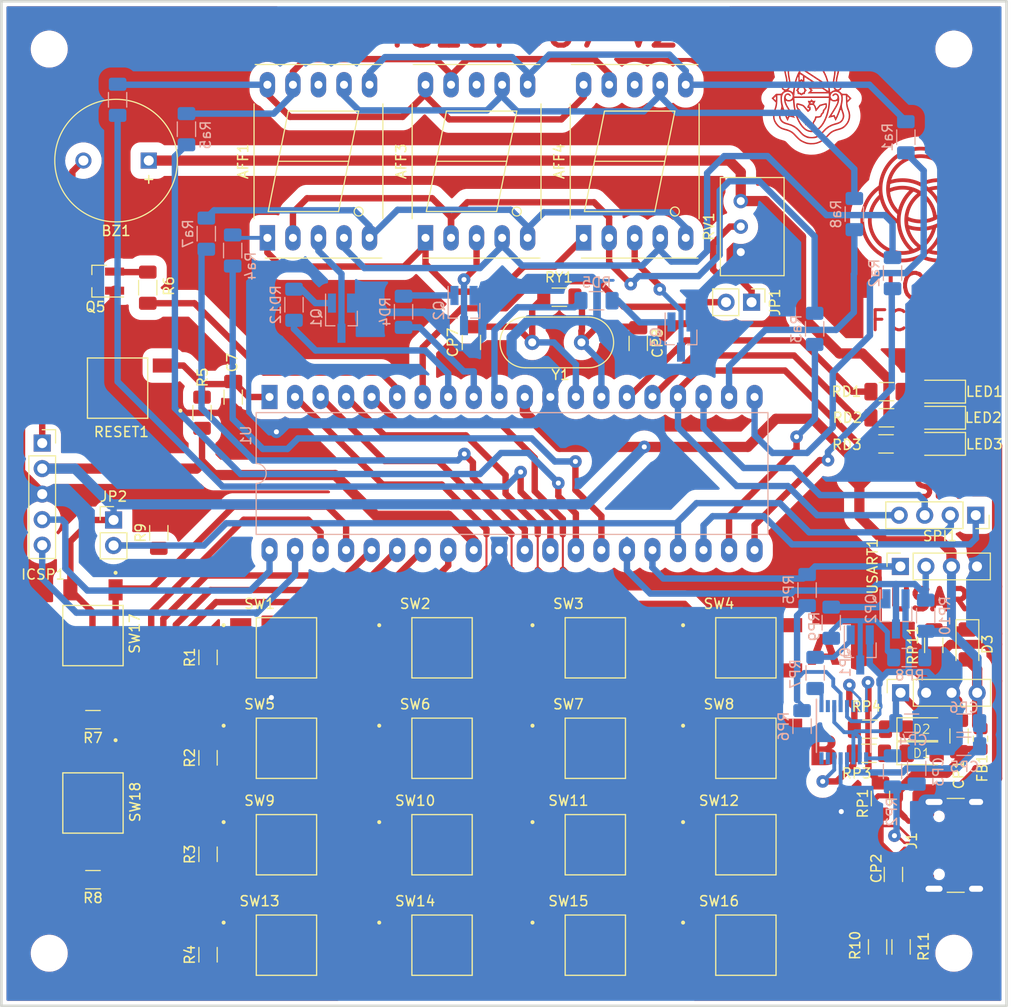
<source format=kicad_pcb>
(kicad_pcb (version 20240108) (generator "pcbnew") (generator_version "8.0")
  (layers (0 "F.Cu" signal) (31 "B.Cu" signal) (34 "B.Paste" user) (35 "F.Paste" user) (36 "B.SilkS" user "B.Silkscreen") (37 "F.SilkS" user "F.Silkscreen") (38 "B.Mask" user) (39 "F.Mask" user) (44 "Edge.Cuts" user))
  (net 0 "")
  (net 1 "MCLR")
  (net 2 "Net-(LED1-A)")
  (net 3 "Net-(U1-RA7{slash}OSC1{slash}CLKIN)")
  (net 4 "Net-(U1-RA6{slash}OSC2{slash}CLKOUT)")
  (net 5 "Net-(BZ1-+)")
  (net 6 "RA4")
  (net 7 "RA5")
  (net 8 "e")
  (net 9 "d")
  (net 10 "GND")
  (net 11 "Net-(CP1-Pad2)")
  (net 12 "SDO")
  (net 13 "RA1")
  (net 14 "RC0")
  (net 15 "Net-(LED2-A)")
  (net 16 "RC1")
  (net 17 "SDI")
  (net 18 "Net-(Q1-C)")
  (net 19 "RD0")
  (net 20 "RD1")
  (net 21 "RD2")
  (net 22 "SCK")
  (net 23 "RA2")
  (net 24 "+3.3V")
  (net 25 "c")
  (net 26 "DP")
  (net 27 "b")
  (net 28 "a")
  (net 29 "+5V")
  (net 30 "Net-(D1-K)")
  (net 31 "RD3")
  (net 32 "RB0")
  (net 33 "RB1")
  (net 34 "RB2")
  (net 35 "f")
  (net 36 "g")
  (net 37 "Net-(LED3-A)")
  (net 38 "RC2")
  (net 40 "Net-(D2-K)")
  (net 41 "Net-(U2-USBDM)")
  (net 42 "Net-(U2-USBDP)")
  (net 44 "Net-(U2-CBUS1)")
  (net 45 "Net-(U2-CBUS2)")
  (net 46 "TXpic")
  (net 47 "RXpic")
  (net 50 "RB3")
  (net 51 "RA0")
  (net 52 "ICSPCLK")
  (net 53 "ICSPDAT")
  (net 54 "RA3")
  (net 55 "Net-(JP1-A)")
  (net 56 "Net-(Q2-C)")
  (net 57 "Net-(Q3-C)")
  (net 58 "Net-(Q1-B)")
  (net 59 "Net-(Q2-B)")
  (net 60 "Net-(Q3-B)")
  (net 61 "RD4")
  (net 62 "RD5")
  (net 63 "RD6")
  (net 64 "RD7")
  (net 65 "RE1")
  (net 66 "RE2")
  (net 67 "RE0")
  (net 68 "RB4")
  (net 69 "RB5")
  (net 70 "Net-(Q5-B)")
  (net 71 "Net-(QP1-B)")
  (net 72 "Net-(QP1-C)")
  (net 73 "Net-(QP2-B)")
  (net 74 "Net-(U2-RXD)")
  (net 75 "Net-(U2-TXD)")
  (net 76 "Net-(D3-K)")
  (net 77 "Net-(CP2-Pad1)")
  (net 78 "Net-(CP3-Pad1)")
  (net 79 "Net-(J1-CC1)")
  (net 80 "Net-(J1-CC2)")
  (footprint "GitHub:SW_TS04-66-43-BK-100-SMT" (layer "F.Cu") (at 89.31 79.6)
    (property "Reference" "SW4")
    (property "Value" "SW_Push")
  )
  (footprint "Crystal:Crystal_HC18-U_Vertical" (layer "F.Cu") (at 68.05 49.2)
    (property "Reference" "Y1")
    (property "Value" "Crystal")
  )
  (footprint "Taller:Logo" (layer "F.Cu") (at 106.7 36)
    (property "Reference" "TCdE FCEFYN" (hide yes))
    (property "Value" "Logo" (hide yes))
  )
  (footprint "Resistor_SMD:R_1206_3216Metric_Pad1.30x1.75mm_HandSolder" (layer "F.Cu") (at 24.35 102.68 180)
    (property "Reference" "R8")
    (property "Value" "10K")
  )
  (footprint "LED_SMD:LED_1206_3216Metric_Pad1.42x1.75mm_HandSolder" (layer "F.Cu") (at 106.8 87.7)
    (property "Reference" "D2")
    (property "Value" "LED")
  )
  (footprint "Capacitor_SMD:C_1206_3216Metric_Pad1.33x1.80mm_HandSolder" (layer "F.Cu") (at 110.52 88.375 -90)
    (property "Reference" "CP1")
    (property "Value" "10nF")
  )
  (footprint "GitHub:SW_TS04-66-43-BK-100-SMT" (layer "F.Cu") (at 59.08 89.6)
    (property "Reference" "SW6")
    (property "Value" "SW_Push")
  )
  (footprint "Resistor_SMD:R_1206_3216Metric_Pad1.30x1.75mm_HandSolder" (layer "F.Cu") (at 102.4128 109.3724 -90)
    (property "Reference" "R10")
    (property "Value" "5.1k")
  )
  (footprint "GitHub:SW_TS04-66-43-BK-100-SMT" (layer "F.Cu") (at 89.31 89.6)
    (property "Reference" "SW8")
    (property "Value" "SW_Push")
  )
  (footprint "GitHub:SW_TS04-66-43-BK-100-SMT" (layer "F.Cu") (at 43.6 89.6)
    (property "Reference" "SW5")
    (property "Value" "SW_Push")
  )
  (footprint "Resistor_SMD:R_1206_3216Metric_Pad1.30x1.75mm_HandSolder" (layer "F.Cu") (at 104.7496 109.3724 -90)
    (property "Reference" "R11")
    (property "Value" "5.1k")
  )
  (footprint "LED_SMD:LED_1206_3216Metric_Pad1.42x1.75mm_HandSolder" (layer "F.Cu") (at 108.7 59.3 180)
    (property "Reference" "LED3")
    (property "Value" "LED")
  )
  (footprint "Resistor_SMD:R_1206_3216Metric_Pad1.30x1.75mm_HandSolder" (layer "F.Cu") (at 70.75 44.7)
    (property "Reference" "RY1")
    (property "Value" "10M")
  )
  (footprint "Resistor_SMD:R_1206_3216Metric_Pad1.30x1.75mm_HandSolder" (layer "F.Cu") (at 103.3 56.7 180)
    (property "Reference" "RD2")
    (property "Value" "220R")
  )
  (footprint "Capacitor_SMD:C_1206_3216Metric_Pad1.33x1.80mm_HandSolder" (layer "F.Cu") (at 78.6 49.3 90)
    (property "Reference" "CP8")
    (property "Value" "47pF")
  )
  (footprint "Display_7Segment:7SegmentLED_LTS6760_LTS6780" (layer "F.Cu") (at 73.165 38.79 90)
    (property "Reference" "AFF4")
    (property "Value" "LTS-6980HR" (hide yes))
  )
  (footprint "Capacitor_SMD:C_1206_3216Metric_Pad1.33x1.80mm_HandSolder" (layer "F.Cu") (at 62 49.2 90)
    (property "Reference" "CP7")
    (property "Value" "47pF")
  )
  (footprint "Connector_PinHeader_2.54mm:PinHeader_1x02_P2.54mm_Vertical" (layer "F.Cu") (at 26.4 66.875)
    (property "Reference" "JP2")
    (property "Value" "Jumper_2_Bridged" (hide yes))
  )
  (footprint "Resistor_SMD:R_1206_3216Metric_Pad1.30x1.75mm_HandSolder" (layer "F.Cu") (at 103.25 59.3 180)
    (property "Reference" "RD3")
    (property "Value" "220R")
  )
  (footprint "GitHub:SW_TS04-66-43-BK-100-SMT" (layer "F.Cu") (at 89.31 109.2)
    (property "Reference" "SW16")
    (property "Value" "SW_Push")
  )
  (footprint "Potentiometer_THT:Potentiometer_Bourns_3299W_Vertical" (layer "F.Cu") (at 88.8 35.13 90)
    (property "Reference" "RV1")
    (property "Value" "R_Potentiometer")
  )
  (footprint "Display_7Segment:7SegmentLED_LTS6760_LTS6780" (layer "F.Cu") (at 41.705 38.79 90)
    (property "Reference" "AFF1")
    (property "Value" "LTS-6980HR" (hide yes))
  )
  (footprint "LED_SMD:LED_1206_3216Metric_Pad1.42x1.75mm_HandSolder" (layer "F.Cu") (at 108.7 54.1 180)
    (property "Reference" "LED1")
    (property "Value" "LED")
  )
  (footprint "Buzzer_Beeper:MagneticBuzzer_ProSignal_ABT-410-RC" (layer "F.Cu") (at 29.9 31.1 180)
    (property "Reference" "BZ1")
    (property "Value" "Buzzer")
  )
  (footprint "Connector_USB:USB_C_Receptacle_GCT_USB4105-xx-A_16P_TopMnt_Horizontal" (layer "F.Cu") (at 111.1356 99.2632 90)
    (property "Reference" "J1")
    (property "Value" "USB_C_Receptacle_USB2.0_14P")
  )
  (footprint "MountingHole:MountingHole_3.2mm_M3" (layer "F.Cu") (at 110 20)
    (property "Reference" "REF2" (hide yes))
    (property "Value" "MountingHole_3.2mm_M3" (hide yes))
  )
  (footprint "GitHub:SW_TS04-66-43-BK-100-SMT" (layer "F.Cu") (at 43.6 79.6)
    (property "Reference" "SW1")
    (property "Value" "SW_Push")
  )
  (footprint "MountingHole:MountingHole_3.2mm_M3" (layer "F.Cu") (at 110 110)
    (property "Reference" "REF4" (hide yes))
    (property "Value" "MountingHole_3.2mm_M3" (hide yes))
  )
  (footprint "Capacitor_SMD:C_1206_3216Metric_Pad1.33x1.80mm_HandSolder" (layer "F.Cu") (at 38.3 54.65 -90)
    (property "Reference" "C7")
    (property "Value" "100nF")
  )
  (footprint "GitHub:SW_TS04-66-43-BK-100-SMT" (layer "F.Cu") (at 24.35 95.046667 -90)
    (property "Reference" "SW18")
    (property "Value" "SW_Push")
  )
  (footprint "Connector_PinSocket_2.54mm:PinSocket_1x04_P2.54mm_Vertical" (layer "F.Cu") (at 112.18 66.4 -90)
    (property "Reference" "SPI1")
    (property "Value" "Conn_01x04" (hide yes))
  )
  (footprint "GitHub:SW_TS04-66-43-BK-100-SMT" (layer "F.Cu") (at 24.35 78.38 -90)
    (property "Reference" "SW17")
    (property "Value" "SW_Push")
  )
  (footprint "LED_SMD:LED_1206_3216Metric_Pad1.42x1.75mm_HandSolder" (layer "F.Cu") (at 108.7 56.7 180)
    (property "Reference" "LED2")
    (property "Value" "LED")
  )
  (footprint "GitHub:SW_TS04-66-43-BK-100-SMT" (layer "F.Cu") (at 59.08 99.2)
    (property "Reference" "SW10")
    (property "Value" "SW_Push")
  )
  (footprint "MountingHole:MountingHole_3.2mm_M3" (layer "F.Cu") (at 20 110)
    (property "Reference" "REF3" (hide yes))
    (property "Value" "MountingHole_3.2mm_M3" (hide yes))
  )
  (footprint "MountingHole:MountingHole_3.2mm_M3" (layer "F.Cu") (at 20 20)
    (property "Reference" "REF1" (hide yes))
    (property "Value" "MountingHole_3.2mm_M3" (hide yes))
  )
  (footprint "Resistor_SMD:R_1206_3216Metric_Pad1.30x1.75mm_HandSolder" (layer "F.Cu") (at 108 79.35 -90)
    (property "Reference" "RP11")
    (property "Value" "220R")
  )
  (footprint "Resistor_SMD:R_1206_3216Metric_Pad1.30x1.75mm_HandSolder" (layer "F.Cu") (at 35.8 110.15 90)
    (property "Reference" "R4")
    (property "Value" "10K")
  )
  (footprint "Resistor_SMD:R_1206_3216Metric_Pad1.30x1.75mm_HandSolder" (layer "F.Cu") (at 101.65 87.7 180)
    (property "Reference" "RP4")
    (property "Value" "220R")
  )
  (footprint "Resistor_SMD:R_1206_3216Metric_Pad1.30x1.75mm_HandSolder" (layer "F.Cu") (at 30.9 68.15 90)
    (property "Reference" "R9")
    (property "Value" "10K")
  )
  (footprint "Resistor_SMD:R_1206_3216Metric_Pad1.30x1.75mm_HandSolder" (layer "F.Cu") (at 35.2 56.2 90)
    (property "Reference" "R5")
    (property "Value" "10K")
  )
  (footprint "GitHub:SW_TS04-66-43-BK-100-SMT" (layer "F.Cu") (at 26.8 53.75 180)
    (property "Reference" "RESET1")
    (property "Value" "SW_Push")
  )
  (footprint "Display_7Segment:7SegmentLED_LTS6760_LTS6780" (layer "F.Cu") (at 57.435 38.79 90)
    (property "Reference" "AFF3")
    (property "Value" "LTS-6980HR" (hide yes))
  )
  (footprint "Resistor_SMD:R_1206_3216Metric_Pad1.30x1.75mm_HandSolder" (layer "F.Cu") (at 101.55 90.1 180)
    (property "Reference" "RP3")
    (property "Value" "220R")
  )
  (footprint "GitHub:SW_TS04-66-43-BK-100-SMT" (layer "F.Cu") (at 59.08 79.6)
    (property "Reference" "SW2")
    (property "Value" "SW_Push")
  )
  (footprint "Resistor_SMD:R_1206_3216Metric_Pad1.30x1.75mm_HandSolder" (layer "F.Cu") (at 35.8 80.55 90)
    (property "Reference" "R1")
    (property "Value" "10K")
  )
  (footprint "GitHub:SW_TS04-66-43-BK-100-SMT" (layer "F.Cu") (at 74.33 99.2)
    (property "Reference" "SW11")
    (property "Value" "SW_Push")
  )
  (footprint "Resistor_SMD:R_1206_3216Metric_Pad1.30x1.75mm_HandSolder" (layer "F.Cu") (at 35.8 100.15 90)
    (property "Reference" "R3")
    (property "Value" "10K")
  )
  (footprint "GitHub:SW_TS04-66-43-BK-100-SMT" (layer "F.Cu") (at 43.6 99.2)
    (property "Reference" "SW9")
    (property "Value" "SW_Push")
  )
  (footprint "Libreria_Propia:unc_logo_8x11mm" (layer "F.Cu") (at 95.85 24)
    (property "Reference" "G***" (hide yes))
    (property "Value" "LOGO" (hide yes))
  )
  (footprint "Inductor_SMD:L_0805_2012Metric_Pad1.15x1.40mm_HandSolder" (layer "F.Cu") (at 112.65 88.65 -90)
    (property "Reference" "FB1")
    (property "Value" "FerriteBead")
  )
  (footprint "Connector_PinHeader_2.54mm:PinHeader_1x02_P2.54mm_Vertical" (layer "F.Cu") (at 89.875 45.2 -90)
    (property "Reference" "JP1")
    (property "Value" "Jumper_2_Bridged" (hide yes))
  )
  (footprint "LED_SMD:LED_1206_3216Metric_Pad1.42x1.75mm_HandSolder" (layer "F.Cu") (at 106.8 90.1)
    (property "Reference" "D1")
    (property "Value" "LED")
  )
  (footprint "GitHub:SW_TS04-66-43-BK-100-SMT" (layer "F.Cu") (at 43.6 109.2)
    (property "Reference" "SW13")
    (property "Value" "SW_Push")
  )
  (footprint "Resistor_SMD:R_1206_3216Metric_Pad1.30x1.75mm_HandSolder" (layer "F.Cu") (at 103.3 54.1 180)
    (property "Reference" "RD1")
    (property "Value" "220R")
  )
  (footprint "Resistor_SMD:R_1206_3216Metric_Pad1.30x1.75mm_HandSolder" (layer "F.Cu") (at 24.35 86.75 180)
    (property "Reference" "R7")
    (property "Value" "10K")
  )
  (footprint "Resistor_SMD:R_1206_3216Metric_Pad1.30x1.75mm_HandSolder" (layer "F.Cu") (at 35.8 90.55 90)
    (property "Reference" "R2")
    (property "Value" "10K")
  )
  (footprint "Taller:Logo" (layer "F.Cu") (at 106.7 36)
    (property "Reference" "TCdE FCEFYN" (hide yes))
    (property "Value" "Logo" (hide yes))
  )
  (footprint "Libreria_Propia:unc_logo_8x11mm" (layer "F.Cu") (at 95.85 24)
    (property "Reference" "G***" (hide yes))
    (property "Value" "LOGO" (hide yes))
  )
  (footprint "Capacitor_SMD:C_1206_3216Metric_Pad1.33x1.80mm_HandSolder" (layer "F.Cu") (at 103.9876 102.1588 -90)
    (property "Reference" "CP2")
    (property "Value" "47pF")
  )
  (footprint "GitHub:SW_TS04-66-43-BK-100-SMT" (layer "F.Cu") (at 74.33 89.6)
    (property "Reference" "SW7")
    (property "Value" "SW_Push")
  )
  (footprint "Resistor_SMD:R_1206_3216Metric_Pad1.30x1.75mm_HandSolder" (layer "F.Cu") (at 29.8 43.75 -90)
    (property "Reference" "R6")
    (property "Value" "4.7k")
  )
  (footprint "Connector_PinSocket_2.54mm:PinSocket_1x04_P2.54mm_Vertical" (layer "F.Cu") (at 104.7 84.075 90)
    (property "Reference" "POWER1" (hide yes))
    (property "Value" "Conn_01x04" (hide yes))
  )
  (footprint "Connector_PinSocket_2.54mm:PinSocket_1x05_P2.54mm_Vertical" (layer "F.Cu") (at 19.3 59.22)
    (property "Reference" "ICSP1")
    (property "Value" "Conn_01x05_Socket" (hide yes))
  )
  (footprint "Huellas:SOT-23_Handsoldering-mod" (layer "F.Cu") (at 25 43.1 180)
    (property "Reference" "Q5")
    (property "Value" "2N3904")
  )
  (footprint "GitHub:SW_TS04-66-43-BK-100-SMT" (layer "F.Cu") (at 74.33 79.6)
    (property "Reference" "SW3")
    (property "Value" "SW_Push")
  )
  (footprint "GitHub:SW_TS04-66-43-BK-100-SMT" (layer "F.Cu") (at 59.08 109.2)
    (property "Reference" "SW14")
    (property "Value" "SW_Push")
  )
  (footprint "Connector_PinSocket_2.54mm:PinSocket_1x04_P2.54mm_Vertical" (layer "F.Cu") (at 104.68 71.5 90)
    (property "Reference" "USART1")
    (property "Value" "Conn_01x04" (hide yes))
  )
  (footprint "GitHub:SW_TS04-66-43-BK-100-SMT" (layer "F.Cu") (at 89.31 99.2)
    (property "Reference" "SW12")
    (property "Value" "SW_Push")
  )
  (footprint "Resistor_SMD:R_1206_3216Metric_Pad1.30x1.75mm_HandSolder" (layer "F.Cu") (at 102.7 94.6 -90)
    (property "Reference" "RP1")
    (property "Value" "27R")
  )
  (footprint "LED_SMD:LED_1206_3216Metric_Pad1.42x1.75mm_HandSolder" (layer "F.Cu") (at 111.35 79.2625 -90)
    (property "Reference" "D3")
    (property "Value" "LED")
  )
  (footprint "GitHub:SW_TS04-66-43-BK-100-SMT" (layer "F.Cu") (at 74.33 109.2)
    (property "Reference" "SW15")
    (property "Value" "SW_Push")
  )
  (footprint "Huellas:SOT-23_Handsoldering-mod" (layer "B.Cu") (at 49.0728 46.7868 -90)
    (property "Reference" "Q1")
    (property "Value" "2N3904")
  )
  (footprint "Resistor_SMD:R_1206_3216Metric_Pad1.30x1.75mm_HandSolder" (layer "B.Cu") (at 107.2 76.4 90)
    (property "Reference" "RP10")
    (property "Value" "10K")
  )
  (footprint "Resistor_SMD:R_1206_3216Metric_Pad1.30x1.75mm_HandSolder" (layer "B.Cu") (at 100.1 36.425 -90)
    (property "Reference" "Ra8")
    (property "Value" "220R")
  )
  (footprint "Resistor_SMD:R_1206_3216Metric_Pad1.30x1.75mm_HandSolder" (layer "B.Cu") (at 26.8 25.05 -90)
    (property "Reference" "Ra6")
    (property "Value" "220R")
  )
  (footprint "Huellas:SOT-23_Handsoldering-mod" (layer "B.Cu") (at 61.2648 46.0248 -90)
    (property "Reference" "Q2")
    (property "Value" "2N3904")
  )
  (footprint "Huellas:SOT-23_Handsoldering-mod" (layer "B.Cu") (at 100.6856 79.8068 -90)
    (property "Reference" "QP1")
    (property "Value" "2N3904")
  )
  (footprint "Resistor_SMD:R_1206_3216Metric_Pad1.30x1.75mm_HandSolder" (layer "B.Cu") (at 33.65 27.975 -90)
    (property "Reference" "Ra5")
    (property "Value" "220R")
  )
  (footprint "Huellas:SOT-23_Handsoldering-mod" (layer "B.Cu") (at 104.2416 76.224 -90)
    (property "Reference" "QP2")
    (property "Value" "2N3904")
  )
  (footprint "Resistor_SMD:R_1206_3216Metric_Pad1.30x1.75mm_HandSolder" (layer "B.Cu") (at 94.9 87.4 -90)
    (property "Reference" "RP6")
    (property "Value" "3K3")
  )
  (footprint "Huellas:SOT-23_Handsoldering-mod" (layer "B.Cu") (at 82.8548 48.6664 -90)
    (property "Reference" "Q3")
    (property "Value" "2N3904")
  )
  (footprint "Resistor_SMD:R_1206_3216Metric_Pad1.30x1.75mm_HandSolder" (layer "B.Cu") (at 105.5624 80.5688 180)
    (property "Reference" "RP8")
    (property "Value" "10K")
  )
  (footprint "Resistor_SMD:R_1206_3216Metric_Pad1.30x1.75mm_HandSolder" (layer "B.Cu") (at 105.225 28.775 -90)
    (property "Reference" "Ra1")
    (property "Value" "220R")
  )
  (footprint "Capacitor_SMD:C_1206_3216Metric_Pad1.33x1.80mm_HandSolder" (layer "B.Cu") (at 106.3 91.6 90)
    (property "Reference" "CP3")
    (property "Value" "47pF")
  )
  (footprint "Capacitor_SMD:C_1206_3216Metric_Pad1.33x1.80mm_HandSolder" (layer "B.Cu") (at 111 87.1)
    (property "Reference" "CP6")
    (property "Value" "100nF")
  )
  (footprint "Capacitor_SMD:C_1206_3216Metric_Pad1.33x1.80mm_HandSolder" (layer "B.Cu") (at 111 89.4)
    (property "Reference" "CP5")
    (property "Value" "4,7uF")
  )
  (footprint "Capacitor_SMD:C_1206_3216Metric_Pad1.33x1.80mm_HandSolder" (layer "B.Cu") (at 105.8 87.1 180)
    (property "Reference" "CP4")
    (property "Value" "100nF")
  )
  (footprint "Package_DIP:DIP-40_W15.24mm_LongPads" (layer "B.Cu") (at 41.915 54.63 -90)
    (property "Reference" "U1")
    (property "Value" "PIC16F887-IP")
  )
  (footprint "Resistor_SMD:R_1206_3216Metric_Pad1.30x1.75mm_HandSolder" (layer "B.Cu") (at 103.9 42.3 -90)
    (property "Reference" "Ra2")
    (property "Value" "220R")
  )
  (footprint "Resistor_SMD:R_1206_3216Metric_Pad1.30x1.75mm_HandSolder" (layer "B.Cu") (at 97.8 77.1 -90)
    (property "Reference" "RP9")
    (property "Value" "1K")
  )
  (footprint "Resistor_SMD:R_1206_3216Metric_Pad1.30x1.75mm_HandSolder" (layer "B.Cu") (at 96.2 82.1 -90)
    (property "Reference" "RP7")
    (property "Value" "4K7")
  )
  (footprint "Resistor_SMD:R_1206_3216Metric_Pad1.30x1.75mm_HandSolder" (layer "B.Cu") (at 55.25 46.15 -90)
    (property "Reference" "RD4")
    (property "Value" "4.7k")
  )
  (footprint "Resistor_SMD:R_1206_3216Metric_Pad1.30x1.75mm_HandSolder" (layer "B.Cu") (at 74.45 45.05 180)
    (property "Reference" "RD5")
    (property "Value" "4.7k")
  )
  (footprint "Resistor_SMD:R_1206_3216Metric_Pad1.30x1.75mm_HandSolder" (layer "B.Cu") (at 44.35 45.45 -90)
    (property "Reference" "RD12")
    (property "Value" "4.7k")
  )
  (footprint "Resistor_SMD:R_1206_3216Metric_Pad1.30x1.75mm_HandSolder" (layer "B.Cu") (at 95.4 73.85 -90)
    (property "Reference" "RP5")
    (property "Value" "2K2")
  )
  (footprint "Resistor_SMD:R_1206_3216Metric_Pad1.30x1.75mm_HandSolder" (layer "B.Cu") (at 38.25 40.05 -90)
    (property "Reference" "Ra4")
    (property "Value" "220R")
  )
  (footprint "Package_SO:SSOP-16_3.9x4.9mm_P0.635mm" (layer "B.Cu") (at 99.0525 88 -90)
    (property "Reference" "U2" (hide yes))
    (property "Value" "FT230XS")
  )
  (footprint "Resistor_SMD:R_1206_3216Metric_Pad1.30x1.75mm_HandSolder" (layer "B.Cu") (at 103.9 91.9 -90)
    (property "Reference" "RP2")
    (property "Value" "27R")
  )
  (footprint "Resistor_SMD:R_1206_3216Metric_Pad1.30x1.75mm_HandSolder" (layer "B.Cu") (at 96.15 47.85 -90)
    (property "Reference" "Ra3")
    (property "Value" "220R")
  )
  (footprint "Resistor_SMD:R_1206_3216Metric_Pad1.30x1.75mm_HandSolder" (layer "B.Cu") (at 35.625 38.375 -90)
    (property "Reference" "Ra7")
    (property "Value" "220R")
  )
  (gr_rect (start 15.24 15.24) (end 115.24 115.24) (stroke (width 0.25)) (fill none) (layer "Edge.Cuts"))
  (gr_text "USART" (at 103.3 76 0) (layer "F.Cu") (effects (font (size 2.032 2.032) (thickness 0.508) (bold yes)) (justify left bottom)))
  (gr_text "0" (at 65.15 111.15 0) (layer "F.Cu") (effects (font (size 4 4) (thickness 0.5)) (justify left bottom)))
  (gr_text "7" (at 49.95 101.3 0) (layer "F.Cu") (effects (font (size 4 4) (thickness 0.5)) (justify left bottom)))
  (gr_text "»" (at 17.5 91.5 -90) (layer "F.Cu") (effects (font (size 4 7) (thickness 0.5) (bold yes)) (justify left bottom)))
  (gr_text "8" (at 65.15 101.15 0) (layer "F.Cu") (effects (font (size 4 4) (thickness 0.5)) (justify left bottom)))
  (gr_text "1" (at 49.95 81.8 0) (layer "F.Cu") (effects (font (size 4 4) (thickness 0.5)) (justify left bottom)))
  (gr_text "5" (at 65.15 91.65 0) (layer "F.Cu") (effects (font (size 4 4) (thickness 0.5)) (justify left bottom)))
  (gr_text "EV PIC16F887 v2.0" (at 43 20 0) (layer "F.Cu") (effects (font (size 3 3) (thickness 0.508) (bold yes)) (justify left bottom)))
  (gr_text "D" (at 95.45 111.3 0) (layer "F.Cu") (effects (font (size 3 3) (thickness 0.4375) (bold yes)) (justify left bottom)))
  (gr_text "A" (at 95.45 81.8 0) (layer "F.Cu") (effects (font (size 3 3) (thickness 0.875) (bold yes)) (justify left bottom)))
  (gr_text "4" (at 49.95 91.8 0) (layer "F.Cu") (effects (font (size 4 4) (thickness 0.5)) (justify left bottom)))
  (gr_text "6" (at 80.3 91.8 0) (layer "F.Cu") (effects (font (size 4 4) (thickness 0.5)) (justify left bottom)))
  (gr_text "SPI" (at 105.7 64.8 0) (layer "F.Cu") (effects (font (size 2.032 2.032) (thickness 0.508) (bold yes)) (justify left bottom)))
  (gr_text "B" (at 95.45 91.8 0) (layer "F.Cu") (effects (font (size 3 3) (thickness 0.875) (bold yes)) (justify left bottom)))
  (gr_text "3" (at 80.3 81.65 0) (layer "F.Cu") (effects (font (size 4 4) (thickness 0.5)) (justify left bottom)))
  (gr_text "C" (at 95.45 101.3 0) (layer "F.Cu") (effects (font (size 3 3) (thickness 0.875) (bold yes)) (justify left bottom)))
  (gr_text "E\nN\nT" (at 50.4 113.25 0) (layer "F.Cu") (effects (font (size 2 1.8) (thickness 0.36) (bold yes)) (justify left bottom)))
  (gr_text "2" (at 65.15 81.65 0) (layer "F.Cu") (effects (font (size 4 4) (thickness 0.5)) (justify left bottom)))
  (gr_text "9" (at 80.35 101.45 0) (layer "F.Cu") (effects (font (size 4 4) (thickness 0.5)) (justify left bottom)))
  (gr_text "»" (at 21.5 82 90) (layer "F.Cu") (effects (font (size 4 7) (thickness 0.5) (bold yes)) (justify left bottom)))
  (gr_text "E\nS\nC" (at 80.85 113.35 0) (layer "F.Cu") (effects (font (size 2 1.75) (thickness 0.36) (bold yes)) (justify left bottom)))
  (segment (start 33.35 51.5) (end 31.35 51.5) (width 0.635) (layer "F.Cu") (net 1))
  (segment (start 22.25 51.5) (end 21.1 51.5) (width 0.635) (layer "F.Cu") (net 1))
  (segment (start 38.3 53.0875) (end 38.0375 53.35) (width 0.635) (layer "F.Cu") (net 1))
  (segment (start 39.8425 54.63) (end 38.3 53.0875) (width 0.635) (layer "F.Cu") (net 1))
  (segment (start 21.1 51.5) (end 19.3 53.3) (width 0.635) (layer "F.Cu") (net 1))
  (segment (start 19.3 53.3) (end 19.3 59.22) (width 0.635) (layer "F.Cu") (net 1))
  (segment (start 35.2 54.65) (end 35.2 53.35) (width 0.635) (layer "F.Cu") (net 1))
  (segment (start 38.0375 53.35) (end 35.2 53.35) (width 0.635) (layer "F.Cu") (net 1))
  (segment (start 41.915 54.63) (end 39.8425 54.63) (width 0.635) (layer "F.Cu") (net 1))
  (segment (start 35.2 53.35) (end 33.35 51.5) (width 0.635) (layer "F.Cu") (net 1))
  (segment (start 104.85 54.1) (end 107.2125 54.1) (width 0.635) (layer "F.Cu") (net 2))
  (segment (start 68.05 45.85) (end 68.05 48.3) (width 0.635) (layer "F.Cu") (net 3))
  (segment (start 69.2 44.7) (end 68.05 45.85) (width 0.635) (layer "F.Cu") (net 3))
  (segment (start 66.4875 47.6375) (end 68.05 49.2) (width 0.635) (layer "F.Cu") (net 3))
  (segment (start 68.05 48.3) (end 68.05 49.2) (width 0.635) (layer "F.Cu") (net 3))
  (segment (start 62 47.6375) (end 66.4875 47.6375) (width 0.635) (layer "F.Cu") (net 3))
  (segment (start 72.395 51.405) (end 72.395 54.63) (width 0.635) (layer "B.Cu") (net 3))
  (segment (start 72.4 51.4) (end 72.395 51.405) (width 0.635) (layer "B.Cu") (net 3))
  (segment (start 70.2 49.2) (end 72.4 51.4) (width 0.635) (layer "B.Cu") (net 3))
  (segment (start 68.05 49.2) (end 70.2 49.2) (width 0.635) (layer "B.Cu") (net 3))
  (segment (start 79 47.6375) (end 74.5125 47.6375) (width 0.635) (layer "F.Cu") (net 4))
  (segment (start 73 45.4) (end 73 48) (width 0.635) (layer "F.Cu") (net 4))
  (segment (start 72.95 48.05) (end 72.95 49.2) (width 0.635) (layer "F.Cu") (net 4))
  (segment (start 73 48) (end 72.95 48.05) (width 0.635) (layer "F.Cu") (net 4))
  (segment (start 72.3 44.7) (end 73 45.4) (width 0.635) (layer "F.Cu") (net 4))
  (segment (start 74.5125 47.6375) (end 72.95 49.2) (width 0.635) (layer "F.Cu") (net 4))
  (segment (start 74.935 51.165) (end 74.935 54.63) (width 0.635) (layer "B.Cu") (net 4))
  (segment (start 75 54.565) (end 74.935 54.63) (width 0.635) (layer "B.Cu") (net 4))
  (segment (start 72.95 49.2) (end 74.85 51.1) (width 0.635) (layer "B.Cu") (net 4))
  (segment (start 23.5 43.1) (end 22.3 41.9) (width 0.635) (layer "F.Cu") (net 5))
  (segment (start 22.3 41.9) (end 22.3 32.2) (width 0.635) (layer "F.Cu") (net 5))
  (segment (start 22.3 32.2) (end 23.4 31.1) (width 0.635) (layer "F.Cu") (net 5))
  (segment (start 53 52.2) (end 41.35 52.2) (width 0.635) (layer "F.Cu") (net 6))
  (segment (start 41.35 52.2) (end 34.45 45.3) (width 0.635) (layer "F.Cu") (net 6))
  (segment (start 34.45 45.3) (end 29.8 45.3) (width 0.635) (layer "F.Cu") (net 6))
  (segment (start 54.615 54.63) (end 54.615 53.815) (width 0.635) (layer "F.Cu") (net 6))
  (segment (start 54.615 53.815) (end 53 52.2) (width 0.635) (layer "F.Cu") (net 6))
  (segment (start 61.075 45.775) (end 61.1 45.8) (width 0.635) (layer "F.Cu") (net 7))
  (segment (start 74.6 43.105) (end 77.145 45.65) (width 0.635) (layer "F.Cu") (net 7))
  (segment (start 57 55) (end 57 54.785) (width 0.254) (layer "F.Cu") (net 7))
  (segment (start 57.155 54.63) (end 57.155 49.695) (width 0.635) (layer "F.Cu") (net 7))
  (segment (start 68.095 43.105) (end 74.6 43.105) (width 0.635) (layer "F.Cu") (net 7))
  (segment (start 61.1 45.8) (end 65.4 45.8) (width 0.635) (layer "F.Cu") (net 7))
  (segment (start 83.45 45.65) (end 83.9 45.2) (width 0.635) (layer "F.Cu") (net 7))
  (segment (start 57.155 49.695) (end 61.075 45.775) (width 0.635) (layer "F.Cu") (net 7))
  (segment (start 65.4 45.8) (end 68.095 43.105) (width 0.635) (layer "F.Cu") (net 7))
  (segment (start 57 54.785) (end 57.155 54.63) (width 0.254) (layer "F.Cu") (net 7))
  (segment (start 77.145 45.65) (end 83.45 45.65) (width 0.635) (layer "F.Cu") (net 7))
  (segment (start 83.9 45.2) (end 87.335 45.2) (width 0.635) (layer "F.Cu") (net 7))
  (segment (start 55.3 41.65) (end 57.435 39.515) (width 0.635) (layer "F.Cu") (net 8))
  (segment (start 57.435 39.515) (end 57.435 38.79) (width 0.635) (layer "F.Cu") (net 8))
  (segment (start 41.705 38.79) (end 41.705 40.255) (width 0.635) (layer "F.Cu") (net 8))
  (segment (start 64.7 44.15) (end 67.2 41.65) (width 0.635) (layer "F.Cu") (net 8))
  (segment (start 60.2028 44.15) (end 64.7 44.15) (width 0.635) (layer "F.Cu") (net 8))
  (segment (start 70.305 41.65) (end 73.165 38.79) (width 0.635) (layer "F.Cu") (net 8))
  (segment (start 67.2 41.65) (end 70.305 41.65) (width 0.635) (layer "F.Cu") (net 8))
  (segment (start 57.435 41.3822) (end 60.2028 44.15) (width 0.635) (layer "F.Cu") (net 8))
  (segment (start 57.435 38.79) (end 57.435 41.3822) (width 0.635) (layer "F.Cu") (net 8))
  (segment (start 41.705 40.255) (end 43.1 41.65) (width 0.635) (layer "F.Cu") (net 8))
  (segment (start 43.1 41.65) (end 55.3 41.65) (width 0.635) (layer "F.Cu") (net 8))
  (segment (start 38.25 38.5) (end 38.54 38.79) (width 0.381) (layer "B.Cu") (net 8))
  (segment (start 38.54 38.79) (end 41.705 38.79) (width 0.381) (layer "B.Cu") (net 8))
  (segment (start 59.975 36.725) (end 59.975 38.79) (width 0.635) (layer "F.Cu") (net 9))
  (segment (start 74.2 35.25) (end 75.705 36.755) (width 0.635) (layer "F.Cu") (net 9))
  (segment (start 59.975 36.875) (end 61.6 35.25) (width 0.635) (layer "F.Cu") (net 9))
  (segment (start 45.65 34.85) (end 58.1 34.85) (width 0.635) (layer "F.Cu") (net 9))
  (segment (start 58.1 34.85) (end 59.975 36.725) (width 0.635) (layer "F.Cu") (net 9))
  (segment (start 44.245 38.79) (end 44.245 36.255) (width 0.635) (layer "F.Cu") (net 9))
  (segment (start 44.245 36.255) (end 45.65 34.85) (width 0.635) (layer "F.Cu") (net 9))
  (segment (start 75.705 36.755) (end 75.705 38.79) (width 0.635) (layer "F.Cu") (net 9))
  (segment (start 77.85 43.4) (end 75.705 41.255) (width 0.635) (layer "F.Cu") (net 9))
  (segment (start 61.6 35.25) (end 74.2 35.25) (width 0.635) (layer "F.Cu") (net 9))
  (segment (start 59.975 38.79) (end 59.975 36.875) (width 0.635) (layer "F.Cu") (net 9))
  (segment (start 75.705 41.255) (end 75.705 38.79) (width 0.635) (layer "F.Cu") (net 9))
  (via (at 77.85 43.4) (size 1.25) (drill 0.5) (layers "F.Cu" "B.Cu") (net 9))
  (segment (start 77.85 43.4) (end 78.65 42.6) (width 0.635) (layer "B.Cu") (net 9))
  (segment (start 96.15 38.65) (end 96.15 46.3) (width 0.635) (layer "B.Cu") (net 9))
  (segment (start 78.65 42.6) (end 84.6 42.6) (width 0.635) (layer "B.Cu") (net 9))
  (segment (start 90.65 33.15) (end 96.15 38.65) (width 0.635) (layer "B.Cu") (net 9))
  (segment (start 87.65 33.15) (end 90.65 33.15) (width 0.635) (layer "B.Cu") (net 9))
  (segment (start 86.7 40.5) (end 86.7 34.1) (width 0.635) (layer "B.Cu") (net 9))
  (segment (start 86.7 34.1) (end 87.65 33.15) (width 0.635) (layer "B.Cu") (net 9))
  (segment (start 84.6 42.6) (end 86.7 40.5) (width 0.635) (layer "B.Cu") (net 9))
  (segment (start 41.35 79.6) (end 36.4 79.6) (width 1.016) (layer "F.Cu") (net 10))
  (segment (start 91.25 47.35) (end 92.75 45.85) (width 0.635) (layer "F.Cu") (net 10))
  (segment (start 22.25 56) (end 26.7 56) (width 1.016) (layer "F.Cu") (net 10))
  (segment (start 41.95 99.05) (end 42.1 98.9) (width 1.016) (layer "F.Cu") (net 10))
  (segment (start 112.2106 94.9432) (end 108.0306 94.9432) (width 0.381) (layer "F.Cu") (net 10))
  (segment (start 22.8 102.68) (end 22.8 104.8) (width 0.635) (layer "F.Cu") (net 10))
  (segment (start 42.1 112.85) (end 41.25 113.7) (width 1.016) (layer "F.Cu") (net 10))
  (segment (start 113.4 93.5) (end 114.3 92.6) (width 1.016) (layer "F.Cu") (net 10))
  (segment (start 40.050497 58.100497) (end 38.3 56.35) (width 1.016) (layer "F.Cu") (net 10))
  (segment (start 106.1724 102.4632) (end 105.8164 102.8192) (width 0.381) (layer "F.Cu") (net 10))
  (segment (start 114.3 92.6) (end 114.3 82.9) (width 1.016) (layer "F.Cu") (net 10))
  (segment (start 110.52 84.815) (end 109.78 84.075) (width 0.635) (layer "F.Cu") (net 10))
  (segment (start 103.9876 103.7213) (end 104.9143 103.7213) (width 0.635) (layer "F.Cu") (net 10))
  (segment (start 26.7 49.3) (end 24.5 47.1) (width 1.016) (layer "F.Cu") (net 10))
  (segment (start 99.301089 96.401089) (end 98.8 95.9) (width 1.016) (layer "F.Cu") (net 10))
  (segment (start 108.0306 103.5832) (end 108.0306 103.0382) (width 0.381) (layer "F.Cu") (net 10))
  (segment (start 22.9 104.9) (end 20.3 104.9) (width 1.016) (layer "F.Cu") (net 10))
  (segment (start 109.65 79.25) (end 114.3 79.25) (width 0.889) (layer "F.Cu") (net 10))
  (segment (start 35.8 89) (end 36.3 89.5) (width 1.016) (layer "F.Cu") (net 10))
  (segment (start 108.0306 103.0382) (end 107.4556 102.4632) (width 0.381) (layer "F.Cu") (net 10))
  (segment (start 107.4556 102.4632) (end 106.1724 102.4632) (width 0.381) (layer "F.Cu") (net 10))
  (segment (start 69.855 52.955) (end 69.855 54.63) (width 0.635) (layer "F.Cu") (net 10))
  (segment (start 104.9143 103.7213) (end 105.8164 102.8192) (width 0.635) (layer "F.Cu") (net 10))
  (segment (start 79 50.7625) (end 77.9625 51.8) (width 0.635) (layer "F.Cu") (net 10))
  (segment (start 22.8 104.8) (end 22.9 104.9) (width 0.635) (layer "F.Cu") (net 10))
  (segment (start 107.24 84.075) (end 108.65 84.075) (width 0.635) (layer "F.Cu") (net 10))
  (segment (start 35.8 108.6) (end 41.9 108.6) (width 0.635) (layer "F.Cu") (net 10))
  (segment (start 31.35 56) (end 33.35 56) (width 0.635) (layer "F.Cu") (net 10))
  (segment (start 114.3 73.5) (end 114.3 59.5) (width 1.016) (layer "F.Cu") (net 10))
  (segment (start 114.3 82.9) (end 114.3 79.25) (width 1.016) (layer "F.Cu") (net 10))
  (segment (start 20.3 104.9) (end 17.3 101.9) (width 1.016) (layer "F.Cu") (net 10))
  (segment (start 19.2 47.1) (end 24.5 47.1) (width 1.016) (layer "F.Cu") (net 10))
  (segment (start 78.8875 50.8625) (end 82.4 47.35) (width 0.635) (layer "F.Cu") (net 10))
  (segment (start 42.1 98.9) (end 42.1 108.8) (width 1.016) (layer "F.Cu") (net 10))
  (segment (start 28.6 64.3) (end 19.3 64.3) (width 1.016) (layer "F.Cu") (net 10))
  (segment (start 114.3 73.5) (end 112.3 71.5) (width 0.889) (layer "F.Cu") (net 10))
  (segment (start 38.3 56.35) (end 38.3 56.2125) (width 1.016) (layer "F.Cu") (net 10))
  (segment (start 42.1 88.9) (end 42.1 98.9) (width 1.016) (layer "F.Cu") (net 10))
  (segment (start 19.3 64.3) (end 17.1 62.1) (width 1.016) (layer "F.Cu") (net 10))
  (segment (start 108 83.425) (end 108.65 84.075) (width 0.635) (layer "F.Cu") (net 10))
  (segment (start 41.9 108.6) (end 42.1 108.8) (width 0.635) (layer "F.Cu") (net 10))
  (segment (start 63.0375 51.8) (end 68.7 51.8) (width 0.635) (layer "F.Cu") (net 10))
  (segment (start 114.3 79.25) (end 114.3 78.2) (width 1.016) (layer "F.Cu") (net 10))
  (segment (start 41.25 113.7) (end 34.3 113.7) (width 1.016) (layer "F.Cu") (net 10))
  (segment (start 26.7 56) (end 31.35 56) (width 1.016) (layer "F.Cu") (net 10))
  (segment (start 17.95 64.3) (end 19.3 64.3) (width 1.016) (layer "F.Cu") (net 10))
  (segment (start 106.2 94.1) (end 106.8 93.5) (width 0.635) (layer "F.Cu") (net 10))
  (segment (start 82.4 47.35) (end 91.25 47.35) (width 0.635) (layer "F.Cu") (net 10))
  (segment (start 17.3 86.7) (end 17.3 64.95) (width 1.016) (layer "F.Cu") (net 10))
  (segment (start 68.7 51.8) (end 69.855 52.955) (width 0.635) (layer "F.Cu") (net 10))
  (segment (start 111.5 56.7) (end 110.1875 56.7) (width 1.016) (layer "F.Cu") (net 10))
  (segment (start 62 50.7625) (end 63.0375 51.8) (width 0.635) (layer "F.Cu") (net 10))
  (segment (start 36.3 89.5) (end 41.5 89.5) (width 1.016) (layer "F.Cu") (net 10))
  (segment (start 107.4556 96.0632) (end 106.6632 96.0632) (width 0.508) (layer "F.Cu") (net 10))
  (segment (start 92.75 45.85) (end 92.75 44.16) (width 0.635) (layer "F.Cu") (net 10))
  (segment (start 25.5 104.9) (end 22.9 104.9) (width 1.016) (layer "F.Cu") (net 10))
  (segment (start 101.887231 103.7213) (end 99.301089 101.135158) (width 1.016) (layer "F.Cu") (net 10))
  (segment (start 34.3 113.7) (end 25.5 104.9) (width 1.016) (layer "F.Cu") (net 10))
  (segment (start 106.8 93.5) (end 110.4 93.5) (width 0.635) (layer "F.Cu") (net 10))
  (segment (start 26.5 45.1) (end 26.5 44.05) (width 1.016) (layer "F.Cu") (net 10))
  (segment (start 41.5 89.5) (end 42.1 88.9) (width 1.016) (layer "F.Cu") (net 10))
  (segment (start 42.1 84.55) (end 42.1 88.9) (width 1.016) (layer "F.Cu") (net 10))
  (segment (start 103.9876 103.7213) (end 101.887231 103.7213) (width 1.016) (layer "F.Cu") (net 10))
  (segment (start 106.2 95.6) (end 106.2 94.1) (width 0.635) (layer "F.Cu") (net 10))
  (segment (start 104.7496 110.9224) (end 102.4128 110.9224) (width 0.254) (layer "F.Cu") (net 10))
  (segment (start 17.1 49.2) (end 19.2 47.1) (width 1.016) (layer "F.Cu") (net 10))
  (segment (start 108 80.9) (end 109.65 79.25) (width 0.889) (layer "F.Cu") (net 10))
  (segment (start 17.35 86.75) (end 17.3 86.7) (width 0.635) (layer "F.Cu") (net 10))
  (segment (start 30.9 66.6) (end 28.6 64.3) (width 1.016) (layer "F.Cu") (net 10))
  (segment (start 77.9625 51.8) (end 71.01 51.8) (width 0.635) (layer "F.Cu") (net 10))
  (segment (start 114.3 59.5) (end 111.5 56.7) (width 1.016) (layer "F.Cu") (net 10))
  (segment (start 99.301089 101.135158) (end 99.301089 96.401089) (width 1.016) (layer "F.Cu") (net 10))
  (segment (start 33.5625 56.2125) (end 38.3 56.2125) (width 0.635) (layer "F.Cu") (net 10))
  (segment (start 108.0306 94.9432) (end 108.0306 95.4882) (width 0.381) (layer "F.Cu") (net 10))
  (segment (start 17.3 101.9) (end 17.3 86.7) (width 1.016) (layer "F.Cu") (net 10))
  (segment (start 24.5 47.1) (end 26.5 45.1) (width 1.016) (layer "F.Cu") (net 10))
  (segment (start 42.1 108.8) (end 42.1 112.85) (width 1.016) (layer "F.Cu") (net 10))
  (segment (start 106.6632 96.0632) (end 106.2 95.6) (width 0.508) (layer "F.Cu") (net 10))
  (segment (start 110.52 86.8125) (end 110.52 84.815) (width 0.635) (layer "F.Cu") (net 10))
  (segment (start 35.8 98.6) (end 36.25 99.05) (width 1.016) (layer "F.Cu") (net 10))
  (segment (start 78.6 50.8625) (end 78.8875 50.8625) (width 0.635) (layer "F.Cu") (net 10))
  (segment (start 26.7 56) (end 26.7 49.3) (width 1.016) (layer "F.Cu") (net 10))
  (segment (start 108.0306 95.4882) (end 107.4556 96.0632) (width 0.381) (layer "F.Cu") (net 10))
  (segment (start 110.4 93.5) (end 113.4 93.5) (width 1.016) (layer "F.Cu") (net 10))
  (segment (start 110.1875 59.3) (end 110.1875 54.1) (width 0.635) (layer "F.Cu") (net 10))
  (segment (start 17.1 62.1) (end 17.1 49.2) (width 1.016) (layer "F.Cu") (net 10))
  (segment (start 108.65 84.075) (end 109.78 84.075) (width 0.635) (layer "F.Cu") (net 10))
  (segment (start 33.35 56) (end 33.5625 56.2125) (width 0.635) (layer "F.Cu") (net 10))
  (segment (start 22.8 86.75) (end 17.35 86.75) (width 0.635) (layer "F.Cu") (net 10))
  (segment (start 36.4 79.6) (end 35.8 79) (width 1.016) (layer "F.Cu") (net 10))
  (segment (start 42.1 84.55) (end 42.1 80.35) (width 1.016) (layer "F.Cu") (net 10))
  (segment (start 42.1 80.35) (end 41.35 79.6) (width 1.016) (layer "F.Cu") (net 10))
  (segment (start 92.75 44.16) (end 88.8 40.21) (width 0.635) (layer "F.Cu") (net 10))
  (segment (start 17.3 64.95) (end 17.95 64.3) (width 1.016) (layer "F.Cu") (net 10))
  (segment (start 108 80.9) (end 108 83.425) (width 0.635) (layer "F.Cu") (net 10))
  (segment (start 36.25 99.05) (end 41.95 99.05) (width 1.016) (layer "F.Cu") (net 10))
  (segment (start 114.3 78.2) (end 114.3 73.5) (width 1.016) (layer "F.Cu") (net 10))
  (segment (start 71.01 51.8) (end 69.855 52.955) (width 0.635) (layer "F.Cu") (net 10))
  (segment (start 42.6 58.100497) (end 40.050497 58.100497) (width 1.016) (layer "F.Cu") (net 10))
  (via (at 42.1 84.55) (size 1.25) (drill 0.5) (layers "F.Cu" "B.Cu") (net 10))
  (via (at 98.8 95.9) (size 1.25) (drill 0.5) (layers "F.Cu" "B.Cu") (net 10))
  (via (at 42.6 58.100497) (size 1.25) (drill 0.5) (layers "F.Cu" "B.Cu") (net 10))
  (segment (start 94.9 88.95) (end 93.45 88.95) (width 1.016) (layer "B.Cu") (net 10))
  (segment (start 107.24 84.075) (end 108.5 84.075) (width 0.635) (layer "B.Cu") (net 10))
  (segment (start 106.3 88.1625) (end 107.3625 87.1) (width 0.635) (layer "B.Cu") (net 10))
  (segment (start 63.1 48.7) (end 63.1 45.41) (width 0.762) (layer "B.Cu") (net 10))
  (segment (start 60.85 49.7) (end 57.35 46.2) (width 0.762) (layer "B.Cu") (net 10))
  (segment (start 109.4375 87.1) (end 109.4375 84.4175) (width 0.635) (layer "B.Cu") (net 10))
  (segment (start 84.1756 44.7548) (end 84.5252 44.7548) (width 1.016) (layer "B.Cu") (net 10))
  (segment (start 83.8168 45.1136) (end 83.8168 47.1664) (width 1.016) (layer "B.Cu") (net 10))
  (segment (start 63.1 47.2) (end 63.1 48.7) (width 0.762) (layer "B.Cu") (net 10))
  (segment (start 74.5 43.25) (end 74 42.75) (width 0.762) (layer "B.Cu") (net 10))
  (segment (start 105.5 78.7) (end 105.5 82) (width 0.635) (layer "B.Cu") (net 10))
  (segment (start 68.35 57.25) (end 43.442 57.25) (width 1.016) (layer "B.Cu") (net 10))
  (segment (start 67.7 47) (end 66 48.7) (width 1.016) (layer "B.Cu") (net 10))
  (segment (start 81.2 76.7) (end 69.3 76.7) (width 1.016) (layer "B.Cu") (net 10))
  (segment (start 67.6 51.85) (end 69.15 51.85) (width 1.016) (layer "B.Cu") (net 10))
  (segment (start 98.75 95.85) (end 94.35 95.85) (width 1.016) (layer "B.Cu") (net 10))
  (segment (start 74.5 47.6) (end 78.7244 51.8244) (width 1.016) (layer "B.Cu") (net 10))
  (segment (start 103.4 82) (end 105.2 82) (width 0.635) (layer "B.Cu") (net 10))
  (segment (start 42.1 84.55) (end 46.35 80.3) (width 1.016) (layer "B.Cu") (net 10))
  (segment (start 56.65 80.3) (end 64.775 72.175) (width 1.016) (layer "B.Cu") (net 10))
  (segment (start 83.9628 51.8244) (end 84.2772 51.51) (width 1.016) (layer "B.Cu") (net 10))
  (segment (start 93.45 88.95) (end 81.2 76.7) (width 1.016) (layer "B.Cu") (net 10))
  (segment (start 69.3 76.7) (end 64.775 72.175) (width 1.016) (layer "B.Cu") (net 10))
  (segment (start 74.5 47.6) (end 73.9 47) (width 1.016) (layer "B.Cu") (net 10))
  (segment (start 105.5 78.7) (end 105.1916 78.3916) (width 0.635) (layer "B.Cu") (net 10))
  (segment (start 109.4375 89.4) (end 109.4375 89.7625) (width 0.635) (layer "B.Cu") (net 10))
  (segment (start 69.855 55.745) (end 68.35 57.25) (width 1.016) (layer "B.Cu") (net 10))
  (segment (start 98.675 95.775) (end 98.675 93.7) (width 0.635) (layer "B.Cu") (net 10))
  (segment (start 98.735 93.64) (end 98.675 93.7) (width 0.381) (layer "B.Cu") (net 10))
  (segment (start 63.1 48.7) (end 62.1 49.7) (width 0.762) (layer "B.Cu") (net 10))
  (segment (start 94.35 95.85) (end 94.35 89.5) (width 1.016) (layer "B.Cu") (net 10))
  (segment (start 63.1 47.2) (end 63.1 47.1) (width 0.254) (layer "B.Cu") (net 10))
  (segment (start 98.8 95.9) (end 98.75 95.85) (width 1.016) (layer "B.Cu") (net 10))
  (segment (start 101.6356 78.3068) (end 101.6356 81.2356) (width 0.635) (layer "B.Cu") (net 10))
  (segment (start 50.936 46.2) (end 50.0228 45.2868) (width 0.762) (layer "B.Cu") (net 10))
  (segment (start 69.855 54.63) (end 69.855 55.745) (width 1.016) (layer "B.Cu") (net 10))
  (segment (start 88.8 40.48) (end 88.8 40.21) (width 1.016) (layer "B.Cu") (net 10))
  (segment (start 99.37 86.47) (end 99.7 86.8) (width 0.381) (layer "B.Cu") (net 10))
  (segment (start 98.735 90.6) (end 98.735 93.64) (width 0.381) (layer "B.Cu") (net 10))
  (segment (start 66 48.7) (end 66 50.25) (width 1.016) (layer "B.Cu") (net 10))
  (segment (start 102.6 82.8) (end 102.9 82.5) (width 0.635) (layer "B.Cu") (net 10))
  (segment (start 73.9 47) (end 67.7 47) (width 1.016) (layer "B.Cu") (net 10))
  (segment (start 66 50.25) (end 67.6 51.85) (width 1.016) (layer "B.Cu") (net 10))
  (segment (start 108.5 83.1) (end 108.5 84.075) (width 0.635) (layer "B.Cu") (net 10))
  (segment (start 84.5252 44.7548) (end 88.8 40.48) (width 1.016) (layer "B.Cu") (net 10))
  (segment (start 109.4375 89.4) (end 109.4375 87.1) (width 0.635) (layer "B.Cu") (net 10))
  (segment (start 102.6 83.2) (end 102.6 82.8) (width 0.635) (layer "B.Cu") (net 10))
  (segment (start 69.855 52.555) (end 69.855 54.63) (width 1.016) (layer "B.Cu") (net 10))
  (segment (start 105.5 82) (end 107.4 82) (width 0.635) (layer "B.Cu") (net 10))
  (segment (start 107.24 86.9775) (end 107.3625 87.1) (width 0.635) (layer "B.Cu") (net 10))
  (segment (start 109.4375 84.4175) (end 109.78 84.075) (width 0.635) (layer "B.Cu") (net 10))
  (segment (start 57.35 46.2) (end 50.936 46.2) (width 0.762) (layer "B.Cu") (net 10))
  (segment (start 74 42.75) (end 67.65 42.75) (width 0.762) (layer "B.Cu") (net 10))
  (segment (start 64.775 72.175) (end 64.775 69.87) (width 1.016) (layer "B.Cu") (net 10))
  (segment (start 43.442 57.25) (end 42.6 58.092) (width 1.016) (layer "B.Cu") (net 10))
  (segment (start 99.7 86.8) (end 99.8 86.9) (width 0.381) (layer "B.Cu") (net 10))
  (segment (start 63.2 47.2) (end 63.1 47.2) (width 0.762) (layer "B.Cu") (net 10))
  (segment (start 74.5 47.6) (end 74.5 43.25) (width 0.762) (layer "B.Cu") (net 10))
  (segment (start 101.9 86.9) (end 102.6 86.2) (width 0.381) (layer "B.Cu") (net 10))
  (segment (start 106.3 90.0375) (end 106.3 88.1625) (width 0.635) (layer "B.Cu") (net 10))
  (segment (start 78.7244 51.8244) (end 83.9628 51.8244) (width 1.016) (layer "B.Cu") (net 10))
  (segment (start 109.2 89.1625) (end 109.4375 89.4) (width 0.381) (layer "B.Cu") (net 10))
  (segment (start 105.2 82) (end 105.5 82) (width 0.635) (layer "B.Cu") (net 10))
  (segment (start 63.1 45.41) (end 62.2148 44.5248) (width 0.762) (layer "B.Cu") (net 10))
  (segment (start 84.2772 45.574) (end 83.8168 45.1136) (width 1.016) (layer "B.Cu") (net 10))
  (segment (start 99.37 85.4) (end 99.37 86.47) (width 0.381) (layer "B.Cu") (net 10))
  (segment (start 108.5 84.075) (end 109.78 84.075) (width 0.635) (layer "B.Cu") (net 10))
  (segment (start 107.24 84.075) (end 107.24 86.9775) (width 0.635) (layer "B.Cu") (net 10))
  (segment (start 84.1756 44.7548) (end 83.8168 45.1136) (width 1.016) (layer "B.Cu") (net 10))
  (segment (start 107.3625 87.1) (end 109.4375 87.1) (width 0.635) (layer "B.Cu") (net 10))
  (segment (start 102.6 86.1) (end 102.6 83.2) (width 0.381) (layer "B.Cu") (net 10))
  (segment (start 102.6 86.2) (end 102.6 86.1) (width 0.381) (layer "B.Cu") (net 10))
  (segment (start 99.8 86.9) (end 101.9 86.9) (width 0.381) (layer "B.Cu") (net 10))
  (segment (start 67.65 42.75) (end 63.2 47.2) (width 0.762) (layer "B.Cu") (net 10))
  (segment (start 107.4 82) (end 108.5 83.1) (width 0.635) (layer "B.Cu") (net 10))
  (segment (start 105.1916 78.3916) (end 105.1916 74.724) (width 0.635) (layer "B.Cu") (net 10))
  (segment (start 102.9 82.5) (end 103.4 82) (width 0.635) (layer "B.Cu") (net 10))
  (segment (start 62.1 49.7) (end 60.85 49.7) (width 0.762) (layer "B.Cu") (net 10))
  (segment (start 84.2772 51.51) (end 84.2772 45.574) (width 1.016) (layer "B.Cu") (net 10))
  (segment (start 46.35 80.3) (end 56.65 80.3) (width 1.016) (layer "B.Cu") (net 10))
  (segment (start 69.15 51.85) (end 69.855 52.555) (width 1.016) (layer "B.Cu") (net 10))
  (segment (start 98.8 95.9) (end 98.675 95.775) (width 0.635) (layer "B.Cu") (net 10))
  (segment (start 101.6356 81.2356) (end 102.9 82.5) (width 0.635) (layer "B.Cu") (net 10))
  (segment (start 94.35 89.5) (end 94.9 88.95) (width 1.016) (layer "B.Cu") (net 10))
  (segment (start 105.1052 96.4692) (end 104.5 95.864) (width 0.635) (layer "F.Cu") (net 11))
  (segment (start 104.5 94.6) (end 104.5 94.3356) (width 0.889) (layer "F.Cu") (net 11))
  (segment (start 101.1428 95.6564) (end 102.4636 94.3356) (width 0.508) (layer "F.Cu") (net 11))
  (segment (start 109.3 92.1) (end 110.52 90.88) (width 0.889) (layer "F.Cu") (net 11))
  (segment (start 106.2 92.1) (end 109.3 92.1) (width 0.889) (layer "F.Cu") (net 11))
  (segment (start 105.1052 96.4692) (end 105.4992 96.8632) (width 0.508) (layer "F.Cu") (net 11))
  (segment (start 107.4556 101.6632) (end 102.5268 101.6632) (width 0.508) (layer "F.Cu") (net 11))
  (segment (start 101.1428 100.2792) (end 101.1428 95.6564) (width 0.508) (layer "F.Cu") (net 11))
  (segment (start 110.7825 89.675) (end 110.52 89.9375) (width 0.635) (layer "F.Cu") (net 11))
  (segment (start 102.4636 94.3356) (end 104.5 94.3356) (width 0.508) (layer "F.Cu") (net 11))
  (segment (start 104.5 93.8) (end 106.2 92.1) (width 0.889) (layer "F.Cu") (net 11))
  (segment (start 110.52 90.88) (end 110.52 89.9375) (width 0.889) (layer "F.Cu") (net 11))
  (segment (start 105.4992 96.8632) (end 107.4556 96.8632) (width 0.508) (layer "F.Cu") (net 11))
  (segment (start 102.5268 101.6632) (end 101.1428 100.2792) (width 0.508) (layer "F.Cu") (net 11))
  (segment (start 112.65 89.675) (end 110.7825 89.675) (width 0.635) (layer "F.Cu") (net 11))
  (segment (start 104.5 94.3356) (end 104.5 93.8) (width 0.889) (layer "F.Cu") (net 11))
  (segment (start 104.5 95.864) (end 104.5 94.6) (width 0.635) (layer "F.Cu") (net 11))
  (segment (start 26.4 69.415) (end 30.615 69.415) (width 0.635) (layer "F.Cu") (net 12))
  (segment (start 30.615 69.415) (end 30.9 69.7) (width 0.635) (layer "F.Cu") (net 12))
  (segment (start 26.4 69.415) (end 35.385 69.415) (width 0.635) (layer "B.Cu") (net 12))
  (segment (start 35.385 69.415) (end 37.6 67.2) (width 0.635) (layer "B.Cu") (net 12))
  (segment (start 109.7 66.46) (end 109.7 67.5) (width 0.635) (layer "B.Cu") (net 12))
  (segment (start 109.7 67.5) (end 109.1 68.1) (width 0.635) (layer "B.Cu") (net 12))
  (segment (start 109.64 66.4) (end 109.7 66.46) (width 0.635) (layer "B.Cu") (net 12))
  (segment (start 95.6 68.1) (end 92.7 65.2) (width 0.635) (layer "B.Cu") (net 12))
  (segment (start 92.7 65.2) (end 84.4 65.2) (width 0.635) (layer "B.Cu") (net 12))
  (segment (start 82.555 70.455) (end 82.555 69.87) (width 0.635) (layer "B.Cu") (net 12))
  (segment (start 82.555 67.045) (end 82.555 69.87) (width 0.635) (layer "B.Cu") (net 12))
  (segment (start 109.1 68.1) (end 95.6 68.1) (width 0.635) (layer "B.Cu") (net 12))
  (segment (start 37.6 67.2) (end 82.4 67.2) (width 0.635) (layer "B.Cu") (net 12))
  (segment (start 82.4 67.2) (end 82.555 67.045) (width 0.635) (layer "B.Cu") (net 12))
  (segment (start 84.4 65.2) (end 82.555 67.045) (width 0.635) (layer "B.Cu") (net 12))
  (segment (start 59.25 87.35) (end 59.2 87.3) (width 0.635) (layer "F.Cu") (net 13))
  (segment (start 66 71.825) (end 66 68.3) (width 0.2) (layer "F.Cu") (net 13))
  (segment (start 60.1 79.3) (end 60.1 86.4) (width 0.635) (layer "F.Cu") (net 13))
  (segment (start 53.365 61) (end 58.7 61) (width 0.635) (layer "F.Cu") (net 13))
  (segment (start 46.995 54.63) (end 53.365 61) (width 0.635) (layer "F.Cu") (net 13))
  (segment (start 59.35 96.95) (end 59.2 96.8) (width 0.635) (layer "F.Cu") (net 13))
  (segment (start 59.2 103.09) (end 63.06 106.95) (width 0.635) (layer "F.Cu") (net 13))
  (segment (start 60.1 86.4) (end 59.2 87.3) (width 0.635) (layer "F.Cu") (net 13))
  (segment (start 66 71.825) (end 63.06 74.765) (width 0.635) (layer "F.Cu") (net 13))
  (segment (start 63.06 87.35) (end 59.25 87.35) (width 0.635) (layer "F.Cu") (net 13))
  (segment (start 63.06 96.95) (end 59.35 96.95) (width 0.635) (layer "F.Cu") (net 13))
  (segment (start 59.2 96.8) (end 59.2 103.09) (width 0.635) (layer "F.Cu") (net 13))
  (segment (start 59.2 87.3) (end 59.2 96.8) (width 0.635) (layer "F.Cu") (net 13))
  (segment (start 63.06 74.765) (end 63.06 77.35) (width 0.635) (layer "F.Cu") (net 13))
  (segment (start 63.06 77.35) (end 62.05 77.35) (width 0.635) (layer "F.Cu") (net 13))
  (segment (start 58.7 61) (end 66 68.3) (width 0.635) (layer "F.Cu") (net 13))
  (segment (start 62.05 77.35) (end 60.1 79.3) (width 0.635) (layer "F.Cu") (net 13))
  (segment (start 94.8 49) (end 83.305406 49) (width 0.635) (layer "F.Cu") (net 14))
  (segment (start 77.675406 54.63) (end 77.475 54.63) (width 0.635) (layer "F.Cu") (net 14))
  (segment (start 83.305406 49) (end 77.675406 54.63) (width 0.635) (layer "F.Cu") (net 14))
  (segment (start 99.9 54.1) (end 101.75 54.1) (width 0.635) (layer "F.Cu") (net 14))
  (segment (start 94.8 49) (end 99.9 54.1) (width 0.635) (layer "F.Cu") (net 14))
  (segment (start 107.2125 56.7) (end 104.85 56.7) (width 0.635) (layer "F.Cu") (net 15))
  (segment (start 94.1 50.5) (end 100.3 56.7) (width 0.635) (layer "F.Cu") (net 16))
  (segment (start 100.3 56.7) (end 101.75 56.7) (width 0.635) (layer "F.Cu") (net 16))
  (segment (start 84.145 50.5) (end 80.015 54.63) (width 0.635) (layer "F.Cu") (net 16))
  (segment (start 94.1 50.5) (end 84.145 50.5) (width 0.635) (layer "F.Cu") (net 16))
  (segment (start 80.015 54.63) (end 80.015 53.985) (width 0.635) (layer "F.Cu") (net 16))
  (segment (start 86 66.5) (end 85.095 67.405) (width 0.635) (layer "B.Cu") (net 17))
  (segment (start 91.1 66.5) (end 93.9 69.3) (width 0.635) (layer "B.Cu") (net 17))
  (segment (start 112.2 68.7) (end 112.18 68.68) (width 0.635) (layer "B.Cu") (net 17))
  (segment (start 112.18 68.68) (end 112.18 66.4) (width 0.635) (layer "B.Cu") (net 17))
  (segment (start 93.9 69.3) (end 111.6 69.3) (width 0.635) (layer "B.Cu") (net 17))
  (segment (start 86 66.5) (end 91.1 66.5) (width 0.635) (layer "B.Cu") (net 17))
  (segment (start 111.6 69.3) (end 112.2 68.7) (width 0.635) (layer "B.Cu") (net 17))
  (segment (start 85.095 67.405) (end 85.095 69.87) (width 0.635) (layer "B.Cu") (net 17))
  (segment (start 46.785 40.085) (end 46.785 38.79) (width 0.635) (layer "B.Cu") (net 18))
  (segment (start 49.0728 42.3728) (end 46.785 40.085) (width 0.635) (layer "B.Cu") (net 18))
  (segment (start 49.0728 48.2868) (end 49.0728 42.3728) (width 0.635) (layer "B.Cu") (net 18))
  (segment (start 87.635 51.565) (end 91.25 47.95) (width 0.635) (layer "B.Cu") (net 19))
  (segment (start 91.25 47.95) (end 98.3 47.95) (width 0.635) (layer "B.Cu") (net 19))
  (segment (start 98.3 47.95) (end 100.05 46.2) (width 0.635) (layer "B.Cu") (net 19))
  (segment (start 100.05 42.4) (end 100.1 42.35) (width 0.635) (layer "B.Cu") (net 19))
  (segment (start 87.635 54.63) (end 87.635 51.565) (width 0.635) (layer "B.Cu") (net 19))
  (segment (start 100.05 46.2) (end 100.05 42.4) (width 0.635) (layer "B.Cu") (net 19))
  (segment (start 100.1 42.35) (end 100.1 37.975) (width 0.635) (layer "B.Cu") (net 19))
  (segment (start 97.95 57.65) (end 97.95 52.2) (width 0.635) (layer "B.Cu") (net 20))
  (segment (start 107 40.5) (end 107 32.1) (width 0.635) (layer "B.Cu") (net 20))
  (segment (start 97.95 52.2) (end 101.65 48.5) (width 0.635) (layer "B.Cu") (net 20))
  (segment (start 101.65 48.5) (end 101.65 43.35) (width 0.635) (layer "B.Cu") (net 20))
  (segment (start 91.95 60.2) (end 95.4 60.2) (width 0.635) (layer "B.Cu") (net 20))
  (segment (start 95.4 60.2) (end 97.95 57.65) (width 0.635) (layer "B.Cu") (net 20))
  (segment (start 105.2 42.3) (end 107 40.5) (width 0.635) (layer "B.Cu") (net 20))
  (segment (start 101.65 43.35) (end 102.7 42.3) (width 0.635) (layer "B.Cu") (net 20))
  (segment (start 90.175 58.425) (end 91.95 60.2) (width 0.635) (layer "B.Cu") (net 20))
  (segment (start 90.175 54.63) (end 90.175 58.425) (width 0.635) (layer "B.Cu") (net 20))
  (segment (start 102.7 42.3) (end 105.2 42.3) (width 0.635) (layer "B.Cu") (net 20))
  (segment (start 107 32.1) (end 105.225 30.325) (width 0.635) (layer "B.Cu") (net 20))
  (segment (start 96.652681 60.922319) (end 90.175 67.4) (width 0.635) (layer "F.Cu") (net 21))
  (segment (start 97.477681 60.922319) (end 96.652681 60.922319) (width 0.635) (layer "F.Cu") (net 21))
  (segment (start 90.175 67.4) (end 90.175 69.87) (width 0.635) (layer "F.Cu") (net 21))
  (via (at 97.477681 60.922319) (size 1.25) (drill 0.5) (layers "F.Cu" "B.Cu") (net 21))
  (segment (start 97.477681 60.922319) (end 97.477681 60.097319) (width 0.635) (layer "B.Cu") (net 21))
  (segment (start 103.825 53.75) (end 103.825 43.925) (width 0.635) (layer "B.Cu") (net 21))
  (segment (start 97.477681 60.097319) (end 103.825 53.75) (width 0.635) (layer "B.Cu") (net 21))
  (segment (start 103.825 43.925) (end 103.9 43.85) (width 0.635) (layer "B.Cu") (net 21))
  (segment (start 85.095 57.695) (end 85.095 54.63) (width 0.635) (layer "B.Cu") (net 22))
  (segment (start 107.1 66.4) (end 107.1 65) (width 0.635) (layer "B.Cu") (net 22))
  (segment (start 94 61.7) (end 89.1 61.7) (width 0.635) (layer "B.Cu") (net 22))
  (segment (start 89.1 61.7) (end 85.095 57.695) (width 0.635) (layer "B.Cu") (net 22))
  (segment (start 96.7 64.4) (end 94 61.7) (width 0.635) (layer "B.Cu") (net 22))
  (segment (start 107.1 65) (end 106.5 64.4) (width 0.635) (layer "B.Cu") (net 22))
  (segment (start 106.5 64.4) (end 96.7 64.4) (width 0.635) (layer "B.Cu") (net 22))
  (segment (start 74.9 97.1) (end 74.9 103.54) (width 0.635) (layer "F.Cu") (net 23))
  (segment (start 78.31 96.95) (end 75.05 96.95) (width 0.635) (layer "F.Cu") (net 23))
  (segment (start 74.9 103.54) (end 78.31 106.95) (width 0.635) (layer "F.Cu") (net 23))
  (segment (start 65.4 64.25) (end 65.4 62.4) (width 0.635) (layer "F.Cu") (net 23))
  (segment (start 74.9 87.4) (end 74.9 97.1) (width 0.635) (layer "F.Cu") (net 23))
  (segment (start 78.31 87.35) (end 74.95 87.35) (width 0.635) (layer "F.Cu") (net 23))
  (segment (start 61.45 58.45) (end 53.355 58.45) (width 0.635) (layer "F.Cu") (net 23))
  (segment (start 74.95 87.35) (end 74.9 87.4) (width 0.635) (layer "F.Cu") (net 23))
  (segment (start 53.355 58.45) (end 49.535 54.63) (width 0.635) (layer "F.Cu") (net 23))
  (segment (start 74.9 79.9) (end 74.9 87.4) (width 0.635) (layer "F.Cu") (net 23))
  (segment (start 78.31 77.35) (end 78.26 77.4) (width 0.635) (layer "F.Cu") (net 23))
  (segment (start 70.35 77.35) (end 70.35 73.6) (width 0.635) (layer "F.Cu") (net 23))
  (segment (start 77.4 77.4) (end 74.9 79.9) (width 0.635) (layer "F.Cu") (net 23))
  (segment (start 68.6 67.45) (end 65.4 64.25) (width 0.635) (layer "F.Cu") (net 23))
  (segment (start 68.6 68.3) (end 68.6 67.45) (width 0.635) (layer "F.Cu") (net 23))
  (segment (start 65.4 62.4) (end 61.45 58.45) (width 0.635) (layer "F.Cu") (net 23))
  (segment (start 78.26 77.4) (end 77.4 77.4) (width 0.635) (layer "F.Cu") (net 23))
  (segment (start 70.35 73.6) (end 68.6 71.85) (width 0.635) (layer "F.Cu") (net 23))
  (segment (start 75.05 96.95) (end 74.9 97.1) (width 0.635) (layer "F.Cu") (net 23))
  (segment (start 68.6 71.85) (end 68.6 68.3) (width 0.2) (layer "F.Cu") (net 23))
  (segment (start 106.2 85.6) (end 107.4 85.6) (width 0.635) (layer "F.Cu") (net 24))
  (segment (start 108.2875 90.1) (end 108.2875 87.7) (width 0.635) (layer "F.Cu") (net 24))
  (segment (start 104.7 84.075) (end 104.7 84.1) (width 0.635) (layer "F.Cu") (net 24))
  (segment (start 107.4 85.6) (end 108.2875 86.4875) (width 0.635) (layer "F.Cu") (net 24))
  (segment (start 104.7 84.1) (end 106.2 85.6) (width 0.635) (layer "F.Cu") (net 24))
  (segment (start 108.2875 86.4875) (end 108.2875 87.7) (width 0.635) (layer "F.Cu") (net 24))
  (segment (start 104.2375 84.5375) (end 104.7 84.075) (width 0.635) (layer "B.Cu") (net 24))
  (segment (start 100.005 90.6) (end 100.005 88.0825) (width 0.381) (layer "B.Cu") (net 24))
  (segment (start 103.4375 87.9) (end 104.2375 87.1) (width 0.381) (layer "B.Cu") (net 24))
  (segment (start 99.0875 88) (end 100.0875 88) (width 0.381) (layer "B.Cu") (net 24))
  (segment (start 100.64 88.5525) (end 100.0875 88) (width 0.381) (layer "B.Cu") (net 24))
  (segment (start 100.64 90.6) (end 100.64 88.5525) (width 0.381) (layer "B.Cu") (net 24))
  (segment (start 98.1 85.4) (end 98.1 87.0125) (width 0.381) (layer "B.Cu") (net 24))
  (segment (start 100.2 87.9) (end 103.4375 87.9) (width 0.381) (layer "B.Cu") (net 24))
  (segment (start 98.1 87.0125) (end 99.0875 88) (width 0.381) (layer "B.Cu") (net 24))
  (segment (start 100.005 88.0825) (end 100.0875 88) (width 0.381) (layer "B.Cu") (net 24))
  (segment (start 100.0875 88) (end 100.1875 87.9) (width 0.381) (layer "B.Cu") (net 24))
  (segment (start 104.2375 87.1) (end 104.2375 84.5375) (width 0.635) (layer "B.Cu") (net 24))
  (segment (start 51.35 41.8) (end 62.85 41.8) (width 0.635) (layer "B.Cu") (net 25))
  (segment (start 91.45 30.65) (end 87.15 30.65) (width 0.635) (layer "B.Cu") (net 25))
  (segment (start 49.325 38.79) (end 49.325 39.775) (width 0.635) (layer "B.Cu") (net 25))
  (segment (start 67.05 41.55) (end 79 41.55) (width 0.635) (layer "B.Cu") (net 25))
  (segment (start 79 41.55) (end 80.785 39.765) (width 0.635) (layer "B.Cu") (net 25))
  (segment (start 103.9 40.75) (end 103.9 37.3) (width 0.635) (layer "B.Cu") (net 25))
  (segment (start 62.85 41.8) (end 65.055 39.595) (width 0.635) (layer "B.Cu") (net 25))
  (segment (start 103.125 36.525) (end 97.325 36.525) (width 0.635) (layer "B.Cu") (net 25))
  (segment (start 49.325 39.775) (end 51.35 41.8) (width 0.635) (layer "B.Cu") (net 25))
  (segment (start 80.785 39.765) (end 80.785 38.79) (width 0.635) (layer "B.Cu") (net 25))
  (segment (start 97.325 36.525) (end 91.45 30.65) (width 0.635) (layer "B.Cu") (net 25))
  (segment (start 103.9 37.3) (end 103.125 36.525) (width 0.635) (layer "B.Cu") (net 25))
  (segment (start 65.055 38.79) (end 65.055 39.555) (width 0.635) (layer "B.Cu") (net 25))
  (segment (start 80.785 40.035) (end 80.785 38.79) (width 0.635) (layer "B.Cu") (net 25))
  (segment (start 103.825 40.325) (end 103.8 40.3) (width 0.635) (layer "B.Cu") (net 25))
  (segment (start 65.055 39.595) (end 65.055 38.79) (width 0.635) (layer "B.Cu") (net 25))
  (segment (start 85.45 32.35) (end 85.45 40.1) (width 0.635) (layer "B.Cu") (net 25))
  (segment (start 85.45 40.1) (end 84.4 41.15) (width 0.635) (layer "B.Cu") (net 25))
  (segment (start 81.9 41.15) (end 80.785 40.035) (width 0.635) (layer "B.Cu") (net 25))
  (segment (start 84.4 41.15) (end 81.9 41.15) (width 0.635) (layer "B.Cu") (net 25))
  (segment (start 87.15 30.65) (end 85.45 32.35) (width 0.635) (layer "B.Cu") (net 25))
  (segment (start 65.055 39.555) (end 67.05 41.55) (width 0.635) (layer "B.Cu") (net 25))
  (segment (start 36.4 36.05) (end 50.3 36.05) (width 0.635) (layer "B.Cu") (net 26))
  (segment (start 67.595 38.79) (end 67.595 37.855) (width 0.635) (layer "B.Cu") (net 26))
  (segment (start 50.3 36.05) (end 51.865 37.615) (width 0.635) (layer "B.Cu") (net 26))
  (segment (start 69.2 36.25) (end 81.8 36.25) (width 0.635) (layer "B.Cu") (net 26))
  (segment (start 51.865 38.79) (end 54.655 36) (width 0.635) (layer "B.Cu") (net 26))
  (segment (start 54.655 36) (end 65.9 36) (width 0.635) (layer "B.Cu") (net 26))
  (segment (start 83.325 37.775) (end 83.325 38.79) (width 0.635) (layer "B.Cu") (net 26))
  (segment (start 81.8 36.25) (end 83.325 37.775) (width 0.635) (layer "B.Cu") (net 26))
  (segment (start 67.595 37.695) (end 67.595 38.79) (width 0.635) (layer "B.Cu") (net 26))
  (segment (start 65.9 36) (end 67.595 37.695) (width 0.635) (layer "B.Cu") (net 26))
  (segment (start 67.595 37.855) (end 69.2 36.25) (width 0.635) (layer "B.Cu") (net 26))
  (segment (start 51.865 37.615) (end 51.865 38.79) (width 0.635) (layer "B.Cu") (net 26))
  (segment (start 35.625 36.825) (end 36.4 36.05) (width 0.635) (layer "B.Cu") (net 26))
  (segment (start 101.6 23.55) (end 83.325 23.55) (width 0.635) (layer "B.Cu") (net 27))
  (segment (start 51.865 22.335) (end 53.4 20.8) (width 0.635) (layer "B.Cu") (net 27))
  (segment (start 83.325 22.175) (end 83.325 23.55) (width 0.635) (layer "B.Cu") (net 27))
  (segment (start 66.05 20.8) (end 67.595 22.345) (width 0.635) (layer "B.Cu") (net 27))
  (segment (start 105.225 27.175) (end 101.6 23.55) (width 0.635) (layer "B.Cu") (net 27))
  (segment (start 67.595 22.705) (end 69.75 20.55) (width 0.635) (layer "B.Cu") (net 27))
  (segment (start 69.75 20.55) (end 81.7 20.55) (width 0.635) (layer "B.Cu") (net 27))
  (segment (start 67.595 22.345) (end 67.595 23.55) (width 0.635) (layer "B.Cu") (net 27))
  (segment (start 53.4 20.8) (end 66.05 20.8) (width 0.635) (layer "B.Cu") (net 27))
  (segment (start 51.865 23.55) (end 51.865 22.335) (width 0.635) (layer "B.Cu") (net 27))
  (segment (start 67.595 23.55) (end 67.595 22.705) (width 0.635) (layer "B.Cu") (net 27))
  (segment (start 105.225 27.225) (end 105.225 27.175) (width 0.635) (layer "B.Cu") (net 27))
  (segment (start 81.7 20.55) (end 83.325 22.175) (width 0.635) (layer "B.Cu") (net 27))
  (segment (start 65 24.65) (end 63.55 26.1) (width 0.635) (layer "B.Cu") (net 28))
  (segment (start 65.055 23.55) (end 65.055 24.595) (width 0.635) (layer "B.Cu") (net 28))
  (segment (start 80.785 24.685) (end 82.45 26.35) (width 0.635) (layer "B.Cu") (net 28))
  (segment (start 49.325 24.625) (end 49.325 23.55) (width 0.635) (layer "B.Cu") (net 28))
  (segment (start 80.785 23.55) (end 80.785 24.685) (width 0.635) (layer "B.Cu") (net 28))
  (segment (start 80.785 23.55) (end 80.785 24.565) (width 0.635) (layer "B.Cu") (net 28))
  (segment (start 100.1 31.95) (end 100.1 34.875) (width 0.635) (layer "B.Cu") (net 28))
  (segment (start 94.5 26.35) (end 100.1 31.95) (width 0.635) (layer "B.Cu") (net 28))
  (segment (start 82.45 26.35) (end 94.5 26.35) (width 0.635) (layer "B.Cu") (net 28))
  (segment (start 50.8 26.1) (end 49.325 24.625) (width 0.635) (layer "B.Cu") (net 28))
  (segment (start 80.785 24.565) (end 79.15 26.2) (width 0.635) (layer "B.Cu") (net 28))
  (segment (start 66.55 26.2) (end 65 24.65) (width 0.635) (layer "B.Cu") (net 28))
  (segment (start 63.55 26.1) (end 50.8 26.1) (width 0.635) (layer "B.Cu") (net 28))
  (segment (start 65.055 24.595) (end 65 24.65) (width 0.635) (layer "B.Cu") (net 28))
  (segment (start 79.15 26.2) (end 66.55 26.2) (width 0.635) (layer "B.Cu") (net 28))
  (segment (start 98.6 50.3) (end 94.8 46.5) (width 1.016) (layer "F.Cu") (net 29))
  (segment (start 36.4 62.4) (end 35.2 61.2) (width 1.016) (layer "F.Cu") (net 29))
  (segment (start 92.3 56.8) (end 95.95 56.8) (width 1.016) (layer "F.Cu") (net 29))
  (segment (start 79.2 59.6) (end 70.75 59.6) (width 1.016) (layer "F.Cu") (net 29))
  (segment (start 88.8 35.13) (end 88.8 32.25) (width 1.016) (layer "F.Cu") (net 29))
  (segment (start 99.85 62.75) (end 100.6 63.5) (width 1.016) (layer "F.Cu") (net 29))
  (segment (start 94.8 46.5) (end 94.8 38.7) (width 1.016) (layer "F.Cu") (net 29))
  (segment (start 100.9 50.3) (end 98.6 50.3) (width 1.016) (layer "F.Cu") (net 29))
  (segment (start 100.6 63.5) (end 103.3 60.8) (width 1.016) (layer "F.Cu") (net 29))
  (segment (start 62.235 68.985) (end 59.7 66.45) (width 1.016) (layer "F.Cu") (net 29))
  (segment (start 24.3 81.55) (end 24.3 89.75) (width 0.635) (layer "F.Cu") (net 29))
  (segment (start 23.5 90.55) (end 23.446667 90.496667) (width 0.635) (layer "F.Cu") (net 29))
  (segment (start 112.32 84.075) (end 112.32 87.295) (width 1.016) (layer "F.Cu") (net 29))
  (segment (start 94.8 38.7) (end 91.23 35.13) (width 1.016) (layer "F.Cu") (net 29))
  (segment (start 103.3 52.7) (end 100.9 50.3) (width 1.016) (layer "F.Cu") (net 29))
  (segment (start 22.1 82.93) (end 22.92 82.93) (width 0.635) (layer "F.Cu") (net 29))
  (segment (start 109.76 70.06) (end 108.7 69) (width 1.016) (layer "F.Cu") (net 29))
  (segment (start 109.76 71.5) (end 109.76 70.06) (width 1.016) (layer "F.Cu") (net 29))
  (segment (start 62.235 69.87) (end 62.235 68.985) (width 1.016) (layer "F.Cu") (net 29))
  (segment (start 112.32 84.075) (end 112.32 81.72) (width 1.016) (layer "F.Cu") (net 29))
  (segment (start 112.65 84.405) (end 112.32 84.075) (width 0.635) (layer "F.Cu") (net 29))
  (segment (start 89.5 59.6) (end 92.3 56.8) (width 1.016) (layer "F.Cu") (net 29))
  (segment (start 22.1 74.4) (end 22.1 69) (width 0.635) (layer "F.Cu") (net 29))
  (segment (start 67.315 56.165) (end 67.315 54.63) (width 1.016) (layer "F.Cu") (net 29))
  (segment (start 99.85 60.7) (end 99.85 62.75) (width 1.016) (layer "F.Cu") (net 29))
  (segment (start 112.32 81.72) (end 111.35 80.75) (width 1.016) (layer "F.Cu") (net 29))
  (segment (start 52.5 66.45) (end 48.45 62.4) (width 1.016) (layer "F.Cu") (net 29))
  (segment (start 88.8 35.13) (end 91.23 35.13) (width 1.016) (layer "F.Cu") (net 29))
  (segment (start 23.446667 90.496667) (end 22.1 90.496667) (width 0.635) (layer "F.Cu") (net 29))
  (segment (start 95.95 56.8) (end 99.85 60.7) (width 1.016) (layer "F.Cu") (net 29))
  (segment (start 112.32 87.295) (end 112.65 87.625) (width 1.016) (layer "F.Cu") (net 29))
  (segment (start 24.3 76.03) (end 24.3 81.55) (width 0.635) (layer "F.Cu") (net 29))
  (segment (start 59.7 66.45) (end 52.5 66.45) (width 1.016) (layer "F.Cu") (net 29))
  (segment (start 35.2 61.2) (end 35.2 57.75) (width 0.635) (layer "F.Cu") (net 29))
  (segment (start 70.75 59.6) (end 67.315 56.165) (width 1.016) (layer "F.Cu") (net 29))
  (segment (start 103.3 60.8) (end 103.3 52.7) (width 0.635) (layer "F.Cu") (net 29))
  (segment (start 100.6 66.5) (end 100.6 63.5) (width 1.016) (layer "F.Cu") (net 29))
  (segment (start 87.65 31.1) (end 29.9 31.1) (width 1.016) (layer "F.Cu") (net 29))
  (segment (start 34.64 61.76) (end 19.3 61.76) (width 1.016) (layer "F.Cu") (net 29))
  (segment (start 35.2 61.2) (end 34.64 61.76) (width 1.016) (layer "F.Cu") (net 29))
  (segment (start 79.2 59.6) (end 89.5 59.6) (width 1.016) (layer "F.Cu") (net 29))
  (segment (start 22.1 73.83) (end 24.3 76.03) (width 0.635) (layer "F.Cu") (net 29))
  (segment (start 22.1 99.596667) (end 22.1 90.496667) (width 0.635) (layer "F.Cu") (net 29))
  (segment (start 24.3 89.75) (end 23.5 90.55) (width 0.635) (layer "F.Cu") (net 29))
  (segment (start 108.7 69) (end 103.1 69) (width 1.016) (layer "F.Cu") (net 29))
  (segment (start 24.225 66.875) (end 26.4 66.875) (width 0.635) (layer "F.Cu") (net 29))
  (segment (start 22.1 69) (end 24.225 66.875) (width 0.635) (layer "F.Cu") (net 29))
  (segment (start 88.8 32.25) (end 87.65 31.1) (width 1.016) (layer "F.Cu") (net 29))
  (segment (start 103.1 69) (end 100.6 66.5) (width 1.016) (layer "F.Cu") (net 29))
  (segment (start 22.92 82.93) (end 24.3 81.55) (width 0.635) (layer "F.Cu") (net 29))
  (segment (start 48.45 62.4) (end 36.4 62.4) (width 1.016) (layer "F.Cu") (net 29))
  (via (at 79.2 59.6) (size 1.25) (drill 0.5) (layers "F.Cu" "B.Cu") (net 29))
  (segment (start 109.76 78.06) (end 107.31 78.06) (width 0.889) (layer "B.Cu") (net 29))
  (segment (start 79.2 59.6) (end 73.4825 65.3175) (width 1.016) (layer "B.Cu") (net 29))
  (segment (start 99.37 91.581) (end 99.475 91.686) (width 0.381) (layer "B.Cu") (net 29))
  (segment (start 104.9 92) (end 99.575 92) (width 0.635) (layer "B.Cu") (net 29))
  (segment (start 112.32 80.62) (end 109.76 78.06) (width 0.889) (layer "B.Cu") (net 29))
  (segment (start 26.1175 65.3175) (end 26.4 65.3175) (width 1.016) (layer "B.Cu") (net 29))
  (segment (start 99.37 90.6) (end 99.37 91.581) (width 0.381) (layer "B.Cu") (net 29))
  (segment (start 112.9375 86.725) (end 112.5625 87.1) (width 0.508) (layer "B.Cu") (net 29))
  (segment (start 99.575 92) (end 99.475 91.9) (width 0.635) (layer "B.Cu") (net 29))
  (segment (start 99.475 91.686) (end 99.475 91.9) (width 0.381) (layer "B.Cu") (net 29))
  (segment (start 73.4825 65.3175) (end 26.4 65.3175) (width 1.016) (layer "B.Cu") (net 29))
  (segment (start 112.5625 87.1) (end 112.5625 84.3175) (width 0.508) (layer "B.Cu") (net 29))
  (segment (start 19.3 61.76) (end 22.56 61.76) (width 1.016) (layer "B.Cu") (net 29))
  (segment (start 112.5625 84.3175) (end 112.32 84.075) (width 0.508) (layer "B.Cu") (net 29))
  (segment (start 112.5625 89.4) (end 112.5625 89.4375) (width 0.635) (layer "B.Cu") (net 29))
  (segment (start 105.3 91.6) (end 104.9 92) (width 0.635) (layer "B.Cu") (net 29))
  (segment (start 112.32 84.075) (end 112.32 80.62) (width 0.889) (layer "B.Cu") (net 29))
  (segment (start 107.1124 78.0376) (end 107.2 77.95) (width 0.635) (layer "B.Cu") (net 29))
  (segment (start 107.31 78.06) (end 107.2 77.95) (width 0.889) (layer "B.Cu") (net 29))
  (segment (start 22.56 61.76) (end 26.1175 65.3175) (width 1.016) (layer "B.Cu") (net 29))
  (segment (start 110.3625 91.6) (end 105.3 91.6) (width 0.635) (layer "B.Cu") (net 29))
  (segment (start 109.76 78.06) (end 109.76 71.5) (width 0.889) (layer "B.Cu") (net 29))
  (segment (start 112.5625 89.3) (end 112.5625 87.1) (width 0.635) (layer "B.Cu") (net 29))
  (segment (start 26.4 66.875) (end 26.4 65.3175) (width 0.635) (layer "B.Cu") (net 29))
  (segment (start 112.5625 89.4) (end 110.3625 91.6) (width 0.635) (layer "B.Cu") (net 29))
  (segment (start 107.1124 80.5688) (end 107.1124 78.0376) (width 0.635) (layer "B.Cu") (net 29))
  (segment (start 103.1 90.1) (end 105.3125 90.1) (width 0.635) (layer "F.Cu") (net 30))
  (segment (start 94.35 58.594) (end 94.35 59.8) (width 0.635) (layer "F.Cu") (net 31))
  (segment (start 94.35 59.8) (end 87.635 66.515) (width 0.635) (layer "F.Cu") (net 31))
  (segment (start 87.635 66.515) (end 87.635 69.87) (width 0.635) (layer "F.Cu") (net 31))
  (via (at 94.35 58.594) (size 1.25) (drill 0.5) (layers "F.Cu" "B.Cu") (net 31))
  (segment (start 96.175 56.769) (end 96.175 49.425) (width 0.635) (layer "B.Cu") (net 31))
  (segment (start 96.175 49.425) (end 96.15 49.4) (width 0.635) (layer "B.Cu") (net 31))
  (segment (start 94.35 58.594) (end 96.175 56.769) (width 0.635) (layer "B.Cu") (net 31))
  (segment (start 54.75 81.85) (end 56.55 80.05) (width 0.635) (layer "F.Cu") (net 32))
  (segment (start 59.695 71.405) (end 56.733 74.367) (width 0.635) (layer "F.Cu") (net 32))
  (segment (start 39.37 82.1) (end 39.62 81.85) (width 0.635) (layer "F.Cu") (net 32))
  (segment (start 59.695 69.87) (end 59.695 71.405) (width 0.635) (layer "F.Cu") (net 32))
  (segment (start 56.55 80.05) (end 56.55 74.417) (width 0.635) (layer "F.Cu") (net 32))
  (segment (start 56.55 74.417) (end 56.6 74.367) (width 0.635) (layer "F.Cu") (net 32))
  (segment (start 54.53 81.85) (end 54.75 81.85) (width 0.635) (layer "F.Cu") (net 32))
  (segment (start 56.733 74.367) (end 56.6 74.367) (width 0.635) (layer "F.Cu") (net 32))
  (segment (start 78.31 81.85) (end 85.33 81.85) (width 0.635) (layer "F.Cu") (net 32))
  (segment (start 47.58 81.85) (end 55.1 81.85) (width 0.635) (layer "F.Cu") (net 32))
  (segment (start 63.06 81.85) (end 70.35 81.85) (width 0.635) (layer "F.Cu") (net 32))
  (segment (start 35.8 82.1) (end 39.37 82.1) (width 0.635) (layer "F.Cu") (net 32))
  (segment (start 51.975 75.05) (end 57.155 69.87) (width 0.635) (layer "F.Cu") (net 33))
  (segment (start 70.35 91.85) (end 63.06 91.85) (width 0.635) (layer "F.Cu") (net 33))
  (segment (start 35.8 92.1) (end 33.8 90.1) (width 0.635) (layer "F.Cu") (net 33))
  (segment (start 39.37 92.1) (end 39.62 91.85) (width 0.635) (layer "F.Cu") (net 33))
  (segment (start 36.6 75.05) (end 51.975 75.05) (width 0.635) (layer "F.Cu") (net 33))
  (segment (start 55.1 91.85) (end 47.58 91.85) (width 0.635) (layer "F.Cu") (net 33))
  (segment (start 85.33 91.85) (end 78.31 91.85) (width 0.635) (layer "F.Cu") (net 33))
  (segment (start 33.8 77.85) (end 36.6 75.05) (width 0.635) (layer "F.Cu") (net 33))
  (segment (start 33.8 90.1) (end 33.8 77.85) (width 0.635) (layer "F.Cu") (net 33))
  (segment (start 70.2 91.7) (end 70.35 91.85) (width 0.2) (layer "F.Cu") (net 33))
  (segment (start 35.8 92.1) (end 39.37 92.1) (width 0.635) (layer "F.Cu") (net 33))
  (segment (start 39.37 101.7) (end 39.62 101.45) (width 0.635) (layer "F.Cu") (net 34))
  (segment (start 35.8 101.7) (end 32.6 98.5) (width 0.635) (layer "F.Cu") (net 34))
  (segment (start 70.2 101.3) (end 70.35 101.45) (width 0.2) (layer "F.Cu") (net 34))
  (segment (start 78.31 101.45) (end 85.33 101.45) (width 0.635) (layer "F.Cu") (net 34))
  (segment (start 35.8 101.7) (end 39.37 101.7) (width 0.635) (layer "F.Cu") (net 34))
  (segment (start 55.1 101.45) (end 47.58 101.45) (width 0.635) (layer "F.Cu") (net 34))
  (segment (start 36.05 73.85) (end 50.635 73.85) (width 0.635) (layer "F.Cu") (net 34))
  (segment (start 46.93 101.3) (end 47.58 101.3) (width 0.2) (layer "F.Cu") (net 34))
  (segment (start 32.6 98.5) (end 32.6 77.3) (width 0.635) (layer "F.Cu") (net 34))
  (segment (start 50.635 73.85) (end 54.615 69.87) (width 0.635) (layer "F.Cu") (net 34))
  (segment (start 32.6 77.3) (end 36.05 73.85) (width 0.635) (layer "F.Cu") (net 34))
  (segment (start 70.35 101.45) (end 63.06 101.45) (width 0.635) (layer "F.Cu") (net 34))
  (segment (start 44.245 22.255) (end 45.5 21) (width 0.635) (layer "F.Cu") (net 35))
  (segment (start 59.975 22.625) (end 61.6 21) (width 0.635) (layer "F.Cu") (net 35))
  (segment (start 59.975 23.55) (end 59.975 22.625) (width 0.635) (layer "F.Cu") (net 35))
  (segment (start 61.6 21) (end 74.25 21) (width 0.635) (layer "F.Cu") (net 35))
  (segment (start 74.25 21) (end 75.705 22.455) (width 0.635) (layer "F.Cu") (net 35))
  (segment (start 58.45 21) (end 59.975 22.525) (width 0.635) (layer "F.Cu") (net 35))
  (segment (start 44.245 23.55) (end 44.245 22.255) (width 0.635) (layer "F.Cu") (net 35))
  (segment (start 59.975 22.525) (end 59.975 23.55) (width 0.635) (layer "F.Cu") (net 35))
  (segment (start 75.705 22.455) (end 75.705 23.55) (width 0.635) (layer "F.Cu") (net 35))
  (segment (start 45.5 21) (end 58.45 21) (width 0.635) (layer "F.Cu") (net 35))
  (segment (start 42.325 26.425) (end 44.245 24.505) (width 0.635) (layer "B.Cu") (net 35))
  (segment (start 33.65 26.425) (end 42.325 26.425) (width 0.635) (layer "B.Cu") (net 35))
  (segment (start 44.245 24.505) (end 44.245 23.55) (width 0.635) (layer "B.Cu") (net 35))
  (segment (start 43.95 26.75) (end 55.15 26.75) (width 0.635) (layer "F.Cu") (net 36))
  (segment (start 70.95 27) (end 59.8 27) (width 0.635) (layer "F.Cu") (net 36))
  (segment (start 73.165 24.785) (end 70.95 27) (width 0.635) (layer "F.Cu") (net 36))
  (segment (start 73.165 23.55) (end 73.165 24.785) (width 0.635) (layer "F.Cu") (net 36))
  (segment (start 41.705 23.55) (end 41.705 24.505) (width 0.635) (layer "F.Cu") (net 36))
  (segment (start 59.8 27) (end 57.435 24.635) (width 0.635) (layer "F.Cu") (net 36))
  (segment (start 41.705 24.505) (end 43.95 26.75) (width 0.635) (layer "F.Cu") (net 36))
  (segment (start 57.435 24.635) (end 57.435 23.55) (width 0.635) (layer "F.Cu") (net 36))
  (segment (start 55.15 26.75) (end 57.435 24.465) (width 0.635) (layer "F.Cu") (net 36))
  (segment (start 57.435 24.465) (end 57.435 23.55) (width 0.635) (layer "F.Cu") (net 36))
  (segment (start 26.8 23.5) (end 26.85 23.55) (width 0.635) (layer "B.Cu") (net 36))
  (segment (start 26.85 23.55) (end 41.705 23.55) (width 0.635) (layer "B.Cu") (net 36))
  (segment (start 104.8 59.3) (end 107.2125 59.3) (width 0.635) (layer "F.Cu") (net 37))
  (segment (start 82.555 53.945) (end 82.555 54.63) (width 0.635) (layer "F.Cu") (net 38))
  (segment (start 93.2 52) (end 100.4 59.2) (width 0.635) (layer "F.Cu") (net 38))
  (segment (start 100.4 59.2) (end 101.65 59.2) (width 0.635) (layer "F.Cu") (net 38))
  (segment (start 93.2 52) (end 84.5 52) (width 0.635) (layer "F.Cu") (net 38))
  (segment (start 84.5 52) (end 82.555 53.945) (width 0.635) (layer "F.Cu") (net 38))
  (segment (start 93.5 63.5) (end 88.4 63.5) (width 0.635) (layer "B.Cu") (net 38))
  (segment (start 104.56 66.4) (end 96.4 66.4) (width 0.635) (layer "B.Cu") (net 38))
  (segment (start 82.555 53.845) (end 82.555 54.63) (width 0.635) (layer "B.Cu") (net 38))
  (segment (start 96.4 66.4) (end 93.5 63.5) (width 0.635) (layer "B.Cu") (net 38))
  (segment (start 82.555 57.655) (end 82.555 54.63) (width 0.635) (layer "B.Cu") (net 38))
  (segment (start 88.4 63.5) (end 82.555 57.655) (width 0.635) (layer "B.Cu") (net 38))
  (segment (start 103.2 87.7) (end 105.3125 87.7) (width 0.635) (layer "F.Cu") (net 40))
  (segment (start 103.9 90.35) (end 103.65 90.6) (width 0.381) (layer "B.Cu") (net 41))
  (segment (start 103.65 90.6) (end 101.275 90.6) (width 0.381) (layer "B.Cu") (net 41))
  (segment (start 101.458 83.035264) (end 101.5 83.077264) (width 0.635) (layer "F.Cu") (net 42))
  (segment (start 101.5 91.85) (end 102.7 93.05) (width 0.635) (layer "F.Cu") (net 42))
  (segment (start 101.5 83.077264) (end 101.5 91.85) (width 0.635) (layer "F.Cu") (net 42))
  (via (at 101.458 83.035264) (size 1.25) (drill 0.5) (layers "F.Cu" "B.Cu") (net 42))
  (segment (start 101.3 83.193264) (end 101.3 85.4) (width 0.254) (layer "B.Cu") (net 42))
  (segment (start 101.458 83.035264) (end 101.3 83.193264) (width 0.254) (layer "B.Cu") (net 42))
  (segment (start 98.35 92.9) (end 100 91.25) (width 0.635) (layer "F.Cu") (net 44))
  (segment (start 100 91.25) (end 100 90.1) (width 0.635) (layer "F.Cu") (net 44))
  (segment (start 96.95 92.9) (end 98.35 92.9) (width 0.635) (layer "F.Cu") (net 44))
  (via (at 96.95 92.9) (size 1.25) (drill 0.5) (layers "F.Cu" "B.Cu") (net 44))
  (segment (start 98.1 91.75) (end 98.1 90.6) (width 0.381) (layer "B.Cu") (net 44))
  (segment (start 96.95 92.9) (end 98.1 91.75) (width 0.381) (layer "B.Cu") (net 44))
  (segment (start 100.1 85.5) (end 99.6 85) (width 0.635) (layer "F.Cu") (net 45))
  (segment (start 100.1 87.7) (end 100.1 85.5) (width 0.635) (layer "F.Cu") (net 45))
  (segment (start 99.6 85) (end 99.6 83.3) (width 0.635) (layer "F.Cu") (net 45))
  (via (at 99.6 83.3) (size 1.25) (drill 0.5) (layers "F.Cu" "B.Cu") (net 45))
  (segment (start 100.665 84.665) (end 100.665 85.4) (width 0.254) (layer "B.Cu") (net 45))
  (segment (start 99.6 83.3) (end 99.6 83.6) (width 0.254) (layer "B.Cu") (net 45))
  (segment (start 99.6 83.6) (end 100.665 84.665) (width 0.254) (layer "B.Cu") (net 45))
  (segment (start 104.68 71.5) (end 96.2 71.5) (width 0.635) (layer "B.Cu") (net 46))
  (segment (start 80 71.6) (end 81.1 72.7) (width 0.635) (layer "B.Cu") (net 46))
  (segment (start 80.015 71.585) (end 80 71.6) (width 0.635) (layer "B.Cu") (net 46))
  (segment (start 95 72.7) (end 95.4 72.3) (width 0.635) (layer "B.Cu") (net 46))
  (segment (start 81.1 72.7) (end 95 72.7) (width 0.635) (layer "B.Cu") (net 46))
  (segment (start 96.2 71.5) (end 95.4 72.3) (width 0.635) (layer "B.Cu") (net 46))
  (segment (start 80.015 69.87) (end 80.015 71.585) (width 0.635) (layer "B.Cu") (net 46))
  (segment (start 77.475 69.87) (end 77.475 71.875) (width 0.635) (layer "B.Cu") (net 47))
  (segment (start 101.7306 73.9) (end 102.3741 73.2565) (width 0.635) (layer "B.Cu") (net 47))
  (segment (start 93.8 74.2) (end 94.1 73.9) (width 0.635) (layer "B.Cu") (net 47))
  (segment (start 107.2 71.52) (end 107.22 71.5) (width 0.635) (layer "B.Cu") (net 47))
  (segment (start 107.2 74.3474) (end 107.2 74.85) (width 0.635) (layer "B.Cu") (net 47))
  (segment (start 94.1 73.9) (end 101.7306 73.9) (width 0.635) (layer "B.Cu") (net 47))
  (segment (start 104.2741 73.2565) (end 106.1091 73.2565) (width 0.635) (layer "B.Cu") (net 47))
  (segment (start 104.2416 73.289) (end 104.2416 77.724) (width 0.635) (layer "B.Cu") (net 47))
  (segment (start 102.3741 73.2565) (end 104.2091 73.2565) (width 0.635) (layer "B.Cu") (net 47))
  (segment (start 106.1091 73.2565) (end 107.2 74.3474) (width 0.635) (layer "B.Cu") (net 47))
  (segment (start 107.2 74.85) (end 107.2 71.52) (width 0.635) (layer "B.Cu") (net 47))
  (segment (start 77.475 68.725) (end 77.475 69.87) (width 0.381) (layer "B.Cu") (net 47))
  (segment (start 104.2091 73.2565) (end 104.2416 73.289) (width 0.635) (layer "B.Cu") (net 47))
  (segment (start 79.8 74.2) (end 93.8 74.2) (width 0.635) (layer "B.Cu") (net 47))
  (segment (start 77.475 71.875) (end 79.8 74.2) (width 0.635) (layer "B.Cu") (net 47))
  (segment (start 104.2416 73.289) (end 104.2741 73.2565) (width 0.635) (layer "B.Cu") (net 47))
  (segment (start 31.35 107.25) (end 31.35 76.7) (width 0.635) (layer "F.Cu") (net 50))
  (segment (start 50.03 113.9) (end 52.65 113.9) (width 0.635) (layer "F.Cu") (net 50))
  (segment (start 85.33 111.45) (end 82.83 113.95) (width 0.635) (layer "F.Cu") (net 50))
  (segment (start 35.65 72.4) (end 49.545 72.4) (width 0.635) (layer "F.Cu") (net 50))
  (segment (start 82.83 113.95) (end 80.81 113.95) (width 0.635) (layer "F.Cu") (net 50))
  (segment (start 63.06 111.45) (end 70.35 111.45) (width 0.635) (layer "F.Cu") (net 50))
  (segment (start 70.2 111.3) (end 70.35 111.45) (width 0.2) (layer "F.Cu") (net 50))
  (segment (start 31.35 76.7) (end 35.65 72.4) (width 0.635) (layer "F.Cu") (net 50))
  (segment (start 49.545 72.4) (end 52.075 69.87) (width 0.635) (layer "F.Cu") (net 50))
  (segment (start 47.58 111.45) (end 50.03 113.9) (width 0.635) (layer "F.Cu") (net 50))
  (segment (start 52.65 113.9) (end 55.1 111.45) (width 0.635) (layer "F.Cu") (net 50))
  (segment (start 35.8 111.7) (end 31.35 107.25) (width 0.635) (layer "F.Cu") (net 50))
  (segment (start 80.81 113.95) (end 78.31 111.45) (width 0.635) (layer "F.Cu") (net 50))
  (segment (start 35.8 111.7) (end 39.37 111.7) (width 0.635) (layer "F.Cu") (net 50))
  (segment (start 39.37 111.7) (end 39.62 111.45) (width 0.635) (layer "F.Cu") (net 50))
  (segment (start 63.5 71.7) (end 63.5 71.725) (width 0.635) (layer "F.Cu") (net 51))
  (segment (start 45.4 78.7) (end 45.615 78.915) (width 0.635) (layer "F.Cu") (net 51))
  (segment (start 45.615 104.985) (end 47.58 106.95) (width 0.635) (layer "F.Cu") (net 51))
  (segment (start 46.75 77.35) (end 45.4 78.7) (width 0.635) (layer "F.Cu") (net 51))
  (segment (start 59.05 63.35) (end 53.175 63.35) (width 0.635) (layer "F.Cu") (net 51))
  (segment (start 63.5 68.3) (end 63.5 67.8) (width 0.635) (layer "F.Cu") (net 51))
  (segment (start 45.615 78.915) (end 45.615 87.35) (width 0.635) (layer "F.Cu") (net 51))
  (segment (start 53.175 63.35) (end 44.455 54.63) (width 0.635) (layer "F.Cu") (net 51))
  (segment (start 55.9 84.65) (end 56.4 84.65) (width 0.635) (layer "F.Cu") (net 51))
  (segment (start 55.9 84.65) (end 50.85 84.65) (width 0.635) (layer "F.Cu") (net 51))
  (segment (start 45.615 97) (end 45.615 104.985) (width 0.635) (layer "F.Cu") (net 51))
  (segment (start 59.95 75.25) (end 58 77.2) (width 0.635) (layer "F.Cu") (net 51))
  (segment (start 45.615 87.35) (end 48.15 87.35) (width 0.635) (layer "F.Cu") (net 51))
  (segment (start 63.5 71.725) (end 59.975 75.25) (width 0.635) (layer "F.Cu") (net 51))
  (segment (start 45.615 87.35) (end 45.615 97) (width 0.635) (layer "F.Cu") (net 51))
  (segment (start 56.4 84.65) (end 58 83.05) (width 0.635) (layer "F.Cu") (net 51))
  (segment (start 59.975 75.25) (end 59.95 75.25) (width 0.635) (layer "F.Cu") (net 51))
  (segment (start 45.665 96.95) (end 48.15 96.95) (width 0.635) (layer "F.Cu") (net 51))
  (segment (start 63.5 67.8) (end 59.05 63.35) (width 0.635) (layer "F.Cu") (net 51))
  (segment (start 47.58 77.35) (end 46.75 77.35) (width 0.635) (layer "F.Cu") (net 51))
  (segment (start 63.5 71.7) (end 63.5 68.3) (width 0.2) (layer "F.Cu") (net 51))
  (segment (start 45.615 97) (end 45.665 96.95) (width 0.635) (layer "F.Cu") (net 51))
  (segment (start 50.85 84.65) (end 48.15 87.35) (width 0.635) (layer "F.Cu") (net 51))
  (segment (start 58 77.2) (end 58 83.05) (width 0.635) (layer "F.Cu") (net 51))
  (segment (start 22.7 76.1) (end 40.5 76.1) (width 0.635) (layer "B.Cu") (net 52))
  (segment (start 44.455 72.345) (end 44.455 69.87) (width 0.635) (layer "B.Cu") (net 52))
  (segment (start 19.3 72.7) (end 22.7 76.1) (width 0.635) (layer "B.Cu") (net 52))
  (segment (start 19.3 69.38) (end 19.3 72.7) (width 0.635) (layer "B.Cu") (net 52))
  (segment (start 40.5 76.1) (end 40.6 76.2) (width 0.635) (layer "B.Cu") (net 52))
  (segment (start 40.6 76.2) (end 44.455 72.345) (width 0.635) (layer "B.Cu") (net 52))
  (segment (start 19.3 66.84) (end 21.24 66.84) (width 0.635) (layer "B.Cu") (net 53))
  (segment (start 23.8 73.9) (end 40 73.9) (width 0.635) (layer "B.Cu") (net 53))
  (segment (start 21.6 67.2) (end 21.6 71.7) (width 0.635) (layer "B.Cu") (net 53))
  (segment (start 21.6 71.7) (end 23.8 73.9) (width 0.635) (layer "B.Cu") (net 53))
  (segment (start 41.915 71.985) (end 41.915 69.87) (width 0.635) (layer "B.Cu") (net 53))
  (segment (start 40 73.9) (end 41.915 71.985) (width 0.635) (layer "B.Cu") (net 53))
  (segment (start 21.24 66.84) (end 21.6 67.2) (width 0.635) (layer "B.Cu") (net 53))
  (segment (start 89.4 79.5) (end 89.4 87.3) (width 0.635) (layer "F.Cu") (net 54))
  (segment (start 85.33 77.35) (end 83.205 75.225) (width 0.635) (layer "F.Cu") (net 54))
  (segment (start 71.1 71.825) (end 71.1 68.3) (width 0.2) (layer "F.Cu") (net 54))
  (segment (start 93.29 87.35) (end 89.45 87.35) (width 0.635) (layer "F.Cu") (net 54))
  (segment (start 64.7 57.1) (end 54.545 57.1) (width 0.635) (layer "F.Cu") (net 54))
  (segment (start 74.5 75.225) (end 71.1 71.825) (width 0.635) (layer "F.Cu") (net 54))
  (segment (start 89.4 103.06) (end 93.29 106.95) (width 0.635) (layer "F.Cu") (net 54))
  (segment (start 68.3 64) (end 68.3 60.7) (width 0.635) (layer "F.Cu") (net 54))
  (segment (start 89.45 87.35) (end 89.4 87.3) (width 0.635) (layer "F.Cu") (net 54))
  (segment (start 89.4 87.3) (end 89.4 96.9) (width 0.635) (layer "F.Cu") (net 54))
  (segment (start 83.205 75.225) (end 74.5 75.225) (width 0.635) (layer "F.Cu") (net 54))
  (segment (start 71.1 66.8) (end 68.3 64) (width 0.635) (layer "F.Cu") (net 54))
  (segment (start 89.4 96.9) (end 89.4 103.06) (width 0.635) (layer "F.Cu") (net 54))
  (segment (start 71.1 68.3) (end 71.1 66.8) (width 0.635) (layer "F.Cu") (net 54))
  (segment (start 54.545 57.1) (end 52.075 54.63) (width 0.635) (layer "F.Cu") (net 54))
  (segment (start 93.29 96.95) (end 89.45 96.95) (width 0.635) (layer "F.Cu") (net 54))
  (segment (start 68.3 60.7) (end 64.7 57.1) (width 0.635) (layer "F.Cu") (net 54))
  (segment (start 52.275406 54.63) (end 52.075 54.63) (width 0.635) (layer "F.Cu") (net 54))
  (segment (start 91.55 77.35) (end 89.4 79.5) (width 0.635) (layer "F.Cu") (net 54))
  (segment (start 89.45 96.95) (end 89.4 96.9) (width 0.635) (layer "F.Cu") (net 54))
  (segment (start 93.29 77.35) (end 91.55 77.35) (width 0.635) (layer "F.Cu") (net 54))
  (segment (start 88.4 42.6) (end 86.7 42.6) (width 0.635) (layer "F.Cu") (net 55))
  (segment (start 89.875 44.075) (end 88.4 42.6) (width 0.635) (layer "F.Cu") (net 55))
  (segment (start 86.05 39.35) (end 87.73 37.67) (width 0.635) (layer "F.Cu") (net 55))
  (segment (start 86.7 42.6) (end 86.05 41.95) (width 0.635) (layer "F.Cu") (net 55))
  (segment (start 87.73 37.67) (end 88.8 37.67) (width 0.635) (layer "F.Cu") (net 55))
  (segment (start 89.875 45.2) (end 89.875 44.075) (width 0.635) (layer "F.Cu") (net 55))
  (segment (start 86.05 41.95) (end 86.05 39.35) (width 0.635) (layer "F.Cu") (net 55))
  (segment (start 62.515 41.6923) (end 62.515 38.79) (width 0.635) (layer "F.Cu") (net 56))
  (segment (start 61.2648 42.9425) (end 62.515 41.6923) (width 0.635) (layer "F.Cu") (net 56))
  (via (at 61.2648 42.9425) (size 1.25) (drill 0.5) (layers "F.Cu" "B.Cu") (net 56))
  (segment (start 61.2648 42.9425) (end 61.2648 47.5248) (width 0.635) (layer "B.Cu") (net 56))
  (segment (start 78.245 41.095) (end 78.245 38.79) (width 0.635) (layer "F.Cu") (net 57))
  (segment (start 80.7375 43.5875) (end 78.245 41.095) (width 0.635) (layer "F.Cu") (net 57))
  (segment (start 80.7375 43.9125) (end 80.7375 43.5875) (width 0.635) (layer "F.Cu") (net 57))
  (via (at 80.7375 43.9125) (size 1.25) (drill 0.5) (layers "F.Cu" "B.Cu") (net 57))
  (segment (start 82.8548 50.1664) (end 82.8548 46.0298) (width 0.508) (layer "B.Cu") (net 57))
  (segment (start 80.7375 43.9125) (end 81.025 44.2) (width 0.381) (layer "B.Cu") (net 57))
  (segment (start 82.8548 46.0298) (end 80.7375 43.9125) (width 0.508) (layer "B.Cu") (net 57))
  (segment (start 46.4868 45.2868) (end 48.1228 45.2868) (width 0.635) (layer "B.Cu") (net 58))
  (segment (start 45.1 43.9) (end 46.4868 45.2868) (width 0.635) (layer "B.Cu") (net 58))
  (segment (start 44.35 43.9) (end 45.1 43.9) (width 0.635) (layer "B.Cu") (net 58))
  (segment (start 60.3148 44.5248) (end 55.3252 44.5248) (width 0.635) (layer "B.Cu") (net 59))
  (segment (start 55.3252 44.5248) (end 55.25 44.6) (width 0.635) (layer "B.Cu") (net 59))
  (segment (start 76 45.05) (end 76.6 45.05) (width 0.635) (layer "B.Cu") (net 60))
  (segment (start 76.6 45.05) (end 78.75 47.2) (width 0.635) (layer "B.Cu") (net 60))
  (segment (start 78.75 47.2) (end 82 47.2) (width 0.635) (layer "B.Cu") (net 60))
  (segment (start 74.935 66.485) (end 74.935 69.87) (width 0.635) (layer "F.Cu") (net 61))
  (segment (start 72.35 61.05) (end 72.35 63.9) (width 0.635) (layer "F.Cu") (net 61))
  (segment (start 72.35 63.9) (end 74.935 66.485) (width 0.635) (layer "F.Cu") (net 61))
  (via (at 72.35 61.05) (size 1.25) (drill 0.5) (layers "F.Cu" "B.Cu") (net 61))
  (segment (start 41.25 59.8) (end 38.25 56.8) (width 0.635) (layer "B.Cu") (net 61))
  (segment (start 70.3 61.05) (end 68 58.75) (width 0.635) (layer "B.Cu") (net 61))
  (segment (start 72.35 61.05) (end 70.3 61.05) (width 0.635) (layer "B.Cu") (net 61))
  (segment (start 38.25 56.8) (end 38.25 41.6) (width 0.635) (layer "B.Cu") (net 61))
  (segment (start 43.704637 59.8) (end 41.25 59.8) (width 0.635) (layer "B.Cu") (net 61))
  (segment (start 68 58.75) (end 44.754637 58.75) (width 0.635) (layer "B.Cu") (net 61))
  (segment (start 44.754637 58.75) (end 43.704637 59.8) (width 0.635) (layer "B.Cu") (net 61))
  (segment (start 70.65 64.5) (end 72.395 66.245) (width 0.635) (layer "F.Cu") (net 62))
  (segment (start 72.395 66.245) (end 72.395 69.87) (width 0.635) (layer "F.Cu") (net 62))
  (segment (start 70.65 63.2) (end 70.65 64.5) (width 0.635) (layer "F.Cu") (net 62))
  (via (at 70.65 63.2) (size 1.25) (drill 0.5) (layers "F.Cu" "B.Cu") (net 62))
  (segment (start 64.95 60.2) (end 62.85 62.3) (width 0.635) (layer "B.Cu") (net 62))
  (segment (start 70.65 63.2) (end 67.65 60.2) (width 0.635) (layer "B.Cu") (net 62))
  (segment (start 62.85 62.3) (end 39.05 62.3) (width 0.635) (layer "B.Cu") (net 62))
  (segment (start 32.5 55.75) (end 32.5 30.675) (width 0.635) (layer "B.Cu") (net 62))
  (segment (start 67.65 60.2) (end 64.95 60.2) (width 0.635) (layer "B.Cu") (net 62))
  (segment (start 39.05 62.3) (end 32.5 55.75) (width 0.635) (layer "B.Cu") (net 62))
  (segment (start 32.5 30.675) (end 33.65 29.525) (width 0.635) (layer "B.Cu") (net 62))
  (segment (start 66.9 62.1) (end 66.9 64.05) (width 0.635) (layer "F.Cu") (net 63))
  (segment (start 69.855 67.005) (end 69.855 69.87) (width 0.635) (layer "F.Cu") (net 63))
  (segment (start 66.9 64.05) (end 69.855 67.005) (width 0.635) (layer "F.Cu") (net 63))
  (via (at 66.9 62.1) (size 1.25) (drill 0.5) (layers "F.Cu" "B.Cu") (net 63))
  (segment (start 65.45 63.55) (end 37.25 63.55) (width 0.635) (layer "B.Cu") (net 63))
  (segment (start 66.9 62.1) (end 65.45 63.55) (width 0.635) (layer "B.Cu") (net 63))
  (segment (start 26.8 53.1) (end 26.8 26.6) (width 0.635) (layer "B.Cu") (net 63))
  (segment (start 37.25 63.55) (end 26.8 53.1) (width 0.635) (layer "B.Cu") (net 63))
  (segment (start 62.15 61.15) (end 62.15 62.65) (width 0.635) (layer "F.Cu") (net 64))
  (segment (start 67.315 67.815) (end 67.315 69.87) (width 0.635) (layer "F.Cu") (net 64))
  (segment (start 62.15 62.65) (end 67.315 67.815) (width 0.635) (layer "F.Cu") (net 64))
  (segment (start 61.3 60.3) (end 62.15 61.15) (width 0.635) (layer "F.Cu") (net 64))
  (via (at 61.3 60.3) (size 1.25) (drill 0.5) (layers "F.Cu" "B.Cu") (net 64))
  (segment (start 40.35 60.95) (end 35.15 55.75) (width 0.635) (layer "B.Cu") (net 64))
  (segment (start 61.3 60.3) (end 60.65 60.95) (width 0.635) (layer "B.Cu") (net 64))
  (segment (start 35.15 55.75) (end 35.15 40.4) (width 0.635) (layer "B.Cu") (net 64))
  (segment (start 35.15 40.4) (end 35.625 39.925) (width 0.635) (layer "B.Cu") (net 64))
  (segment (start 60.65 60.95) (end 40.35 60.95) (width 0.635) (layer "B.Cu") (net 64))
  (segment (start 61.235 52.085) (end 56.85 47.7) (width 0.635) (layer "B.Cu") (net 65))
  (segment (start 56.85 47.7) (end 55.25 47.7) (width 0.635) (layer "B.Cu") (net 65))
  (segment (start 62.235 54.63) (end 62.235 52.085) (width 0.635) (layer "B.Cu") (net 65))
  (segment (start 62.235 52.085) (end 61.235 52.085) (width 0.635) (layer "B.Cu") (net 65))
  (segment (start 64.3 48) (end 64.3 54.155) (width 0.635) (layer "B.Cu") (net 66))
  (segment (start 66.6 45.7) (end 64.3 48) (width 0.635) (layer "B.Cu") (net 66))
  (segment (start 72.25 45.7) (end 66.6 45.7) (width 0.635) (layer "B.Cu") (net 66))
  (segment (start 72.9 45.05) (end 72.25 45.7) (width 0.635) (layer "B.Cu") (net 66))
  (segment (start 64.3 54.155) (end 64.775 54.63) (width 0.635) (layer "B.Cu") (net 66))
  (segment (start 44.35 47) (end 44.35 47.85) (width 0.635) (layer "B.Cu") (net 67))
  (segment (start 57.4 50) (end 59.695 52.295) (width 0.635) (layer "B.Cu") (net 67))
  (segment (start 59.695 52.295) (end 59.695 54.63) (width 0.635) (layer "B.Cu") (net 67))
  (segment (start 44.35 47.85) (end 46.5 50) (width 0.635) (layer "B.Cu") (net 67))
  (segment (start 46.5 50) (end 57.4 50) (width 0.635) (layer "B.Cu") (net 67))
  (segment (start 38.3 65.55) (end 47.7 65.55) (width 0.635) (layer "F.Cu") (net 68))
  (segment (start 49.535 67.385) (end 49.535 69.87) (width 0.635) (layer "F.Cu") (net 68))
  (segment (start 25.9 86.75) (end 26.25 86.75) (width 0.635) (layer "F.Cu") (net 68))
  (segment (start 26.73 73.7) (end 30.15 73.7) (width 0.635) (layer "F.Cu") (net 68))
  (segment (start 26.45 86.2) (end 25.9 86.75) (width 0.635) (layer "F.Cu") (net 68))
  (segment (start 47.7 65.55) (end 49.535 67.385) (width 0.635) (layer "F.Cu") (net 68))
  (segment (start 30.15 73.7) (end 38.3 65.55) (width 0.635) (layer "F.Cu") (net 68))
  (segment (start 26.6 86.2) (end 26.6 82.93) (width 0.635) (layer "F.Cu") (net 68))
  (segment (start 26.6 73.83) (end 26.73 73.7) (width 0.635) (layer "F.Cu") (net 68))
  (segment (start 26.6 86.2) (end 26.45 86.2) (width 0.635) (layer "F.Cu") (net 68))
  (segment (start 26.6 82.93) (end 26.6 73.83) (width 0.635) (layer "F.Cu") (net 68))
  (segment (start 26.6 99.596667) (end 26.6 90.496667) (width 0.635) (layer "F.Cu") (net 69))
  (segment (start 25.9 102.68) (end 25.9 100.296667) (width 0.635) (layer "F.Cu") (net 69))
  (segment (start 26.6 91.066667) (end 30.144 87.522667) (width 0.635) (layer "F.Cu") (net 69))
  (segment (start 25.9 100.296667) (end 26.6 99.596667) (width 0.635) (layer "F.Cu") (net 69))
  (segment (start 30.144 76.056) (end 39.35 66.85) (width 0.635) (layer "F.Cu") (net 69))
  (segment (start 45.75 66.85) (end 46.995 68.095) (width 0.635) (layer "F.Cu") (net 69))
  (segment (start 46.995 68.095) (end 46.995 69.87) (width 0.635) (layer "F.Cu") (net 69))
  (segment (start 30.144 87.522667) (end 30.144 76.056) (width 0.635) (layer "F.Cu") (net 69))
  (segment (start 39.35 66.85) (end 45.75 66.85) (width 0.635) (layer "F.Cu") (net 69))
  (segment (start 26.55 42.2) (end 26.5 42.15) (width 0.635) (layer "F.Cu") (net 70))
  (segment (start 29.8 42.2) (end 26.55 42.2) (width 0.635) (layer "F.Cu") (net 70))
  (segment (start 27 42.15) (end 26.5 42.15) (width 0.635) (layer "F.Cu") (net 70))
  (segment (start 96.2 80.55) (end 98.0424 80.55) (width 0.508) (layer "B.Cu") (net 71))
  (segment (start 98.0424 80.55) (end 99.7356 78.8568) (width 0.508) (layer "B.Cu") (net 71))
  (segment (start 99.7356 78.8568) (end 99.7356 78.3068) (width 0.508) (layer "B.Cu") (net 71))
  (segment (start 102.252 76.9028) (end 103.3876 78.0384) (width 0.508) (layer "B.Cu") (net 72))
  (segment (start 97.8 77.9844) (end 98.8816 76.9028) (width 0.508) (layer "B.Cu") (net 72))
  (segment (start 103.3876 78.0384) (end 103.3876 79.944) (width 0.508) (layer "B.Cu") (net 72))
  (segment (start 100.6856 76.9112) (end 100.6856 81.3068) (width 0.508) (layer "B.Cu") (net 72))
  (segment (start 100.6856 76.9112) (end 100.694 76.9028) (width 0.508) (layer "B.Cu") (net 72))
  (segment (start 100.6772 76.9028) (end 100.6856 76.9112) (width 0.508) (layer "B.Cu") (net 72))
  (segment (start 97.8 78.65) (end 97.8 77.9844) (width 0.508) (layer "B.Cu") (net 72))
  (segment (start 98.8816 76.9028) (end 100.6772 76.9028) (width 0.508) (layer "B.Cu") (net 72))
  (segment (start 103.3876 79.944) (end 104.0124 80.5688) (width 0.508) (layer "B.Cu") (net 72))
  (segment (start 100.694 76.9028) (end 102.252 76.9028) (width 0.508) (layer "B.Cu") (net 72))
  (segment (start 102.4656 75.55) (end 103.2916 74.724) (width 0.635) (layer "B.Cu") (net 73))
  (segment (start 97.8 75.55) (end 102.4656 75.55) (width 0.635) (layer "B.Cu") (net 73))
  (segment (start 94.3 84.7) (end 94.4 84.8) (width 0.381) (layer "B.Cu") (net 74))
  (segment (start 95.4 75.4) (end 94.4 76.4) (width 0.635) (layer "B.Cu") (net 74))
  (segment (start 95.1 82) (end 94.4 82.7) (width 0.381) (layer "B.Cu") (net 74))
  (segment (start 98.735 85.4) (end 98.735 84.135) (width 0.381) (layer "B.Cu") (net 74))
  (segment (start 94.9 85.3) (end 94.9 85.85) (width 0.381) (layer "B.Cu") (net 74))
  (segment (start 98.735 84.135) (end 98 83.4) (width 0.381) (layer "B.Cu") (net 74))
  (segment (start 97.3 82) (end 95.1 82) (width 0.381) (layer "B.Cu") (net 74))
  (segment (start 94.4 82.7) (end 94.4 84.8) (width 0.635) (layer "B.Cu") (net 74))
  (segment (start 94.4 82.7) (end 94.3 82.8) (width 0.381) (layer "B.Cu") (net 74))
  (segment (start 98 83.4) (end 98 82.7) (width 0.381) (layer "B.Cu") (net 74))
  (segment (start 94.4 84.8) (end 94.9 85.3) (width 0.381) (layer "B.Cu") (net 74))
  (segment (start 94.4 76.4) (end 94.4 82.7) (width 0.635) (layer "B.Cu") (net 74))
  (segment (start 98 82.7) (end 97.3 82) (width 0.381) (layer "B.Cu") (net 74))
  (segment (start 96.83 85.4) (end 96.83 84.28) (width 0.381) (layer "B.Cu") (net 75))
  (segment (start 96.83 84.28) (end 96.2 83.65) (width 0.381) (layer "B.Cu") (net 75))
  (segment (start 108.025 77.775) (end 108 77.8) (width 0.635) (layer "F.Cu") (net 76))
  (segment (start 111.35 77.775) (end 108.025 77.775) (width 0.635) (layer "F.Cu") (net 76))
  (segment (start 102.7 97.3328) (end 102.7 96.15) (width 0.635) (layer "F.Cu") (net 77))
  (segment (start 103.9876 100.3876) (end 102.7 99.1) (width 0.635) (layer "F.Cu") (net 77))
  (segment (start 102.7 99.1) (end 102.7 97.3328) (width 0.635) (layer "F.Cu") (net 77))
  (segment (start 105.0868 99.5132) (end 107.4556 99.5132) (width 0.254) (layer "F.Cu") (net 77))
  (segment (start 103.9876 100.5963) (end 104.0037 100.5963) (width 0.254) (layer "F.Cu") (net 77))
  (segment (start 107.4556 98.5132) (end 105.648732 98.5132) (width 0.254) (layer "F.Cu") (net 77))
  (segment (start 104.0037 100.5963) (end 105.0868 99.5132) (width 0.254) (layer "F.Cu") (net 77))
  (segment (start 104.468332 97.3328) (end 102.7 97.3328) (width 0.254) (layer "F.Cu") (net 77))
  (segment (start 105.648732 98.5132) (end 104.468332 97.3328) (width 0.254) (layer "F.Cu") (net 77))
  (segment (start 103.9876 100.5963) (end 103.9876 100.3876) (width 0.635) (layer "F.Cu") (net 77))
  (segment (start 108.3306 99.74561) (end 108.3306 99.28079) (width 0.2) (layer "F.Cu") (net 78))
  (segment (start 104.3736 98.3) (end 105.0868 99.0132) (width 0.254) (layer "F.Cu") (net 78))
  (segment (start 104.0892 98.3) (end 104.3736 98.3) (width 0.254) (layer "F.Cu") (net 78))
  (segment (start 108.3306 99.28079) (end 108.06301 99.0132) (width 0.2) (layer "F.Cu") (net 78))
  (segment (start 107.4556 100.0132) (end 108.06301 100.0132) (width 0.2) (layer "F.Cu") (net 78))
  (segment (start 105.0868 99.0132) (end 107.4556 99.0132) (width 0.254) (layer "F.Cu") (net 78))
  (segment (start 108.06301 100.0132) (end 108.3306 99.74561) (width 0.2) (layer "F.Cu") (net 78))
  (segment (start 108.06301 99.0132) (end 107.4556 99.0132) (width 0.2) (layer "F.Cu") (net 78))
  (via (at 104.0892 98.3) (size 1.25) (drill 0.5) (layers "F.Cu" "B.Cu") (net 78))
  (segment (start 104.3 98.0892) (end 104.3 93.85) (width 0.635) (layer "B.Cu") (net 78))
  (segment (start 104.3 93.85) (end 103.9 93.45) (width 0.635) (layer "B.Cu") (net 78))
  (segment (start 104.0892 98.3) (end 104.3 98.0892) (width 0.635) (layer "B.Cu") (net 78))
  (segment (start 103.9 93.45) (end 106.0125 93.45) (width 0.635) (layer "B.Cu") (net 78))
  (segment (start 106.0125 93.45) (end 106.3 93.1625) (width 0.635) (layer "B.Cu") (net 78))
  (segment (start 107.485108 106.4768) (end 109.9326 104.029308) (width 0.254) (layer "F.Cu") (net 79))
  (segment (start 107.4326 100.5362) (end 107.4556 100.5132) (width 0.254) (layer "F.Cu") (net 79))
  (segment (start 102.4128 107.8224) (end 103.7584 106.4768) (width 0.254) (layer "F.Cu") (net 79))
  (segment (start 103.7584 106.4768) (end 107.485108 106.4768) (width 0.254) (layer "F.Cu") (net 79))
  (segment (start 109.9326 102.344608) (end 108.124192 100.5362) (width 0.254) (layer "F.Cu") (net 79))
  (segment (start 108.124192 100.5362) (end 107.4326 100.5362) (width 0.254) (layer "F.Cu") (net 79))
  (segment (start 109.9326 104.029308) (end 109.9326 102.344608) (width 0.254) (layer "F.Cu") (net 79))
  (segment (start 110.3866 99.798608) (end 108.101192 97.5132) (width 0.254) (layer "F.Cu") (net 80))
  (segment (start 106.781561 107.8224) (end 110.3866 104.217361) (width 0.254) (layer "F.Cu") (net 80))
  (segment (start 104.7496 107.8224) (end 106.781561 107.8224) (width 0.254) (layer "F.Cu") (net 80))
  (segment (start 108.101192 97.5132) (end 107.4556 97.5132) (width 0.254) (layer "F.Cu") (net 80))
  (segment (start 110.3866 104.217361) (end 110.3866 99.798608) (width 0.254) (layer "F.Cu") (net 80))
  (zone (net 10) (net_name "GND") (layer "F.Cu") (name "Plano Masa") (priority 1) (connect_pads yes (clearance 1.016)) (min_thickness 0.25) (fill yes (thermal_gap 0.3) (thermal_bridge_width 0.5))
    (polygon (pts (xy 15.45 15.3) (xy 115.4 15.45) (xy 115.2 115.15) (xy 15.1 115.15) (xy 15.5 15.45)))
  )
  (zone (net 10) (net_name "GND") (layer "B.Cu") (name "Plano Masa") (connect_pads yes (clearance 1.016)) (min_thickness 0.25) (fill yes (thermal_gap 0.5) (thermal_bridge_width 0.5))
    (polygon (pts (xy 15.5 15.45) (xy 115.4 15.45) (xy 115.2 115.15) (xy 15.1 115.15) (xy 15.45 15.3)))
  )
)
</source>
